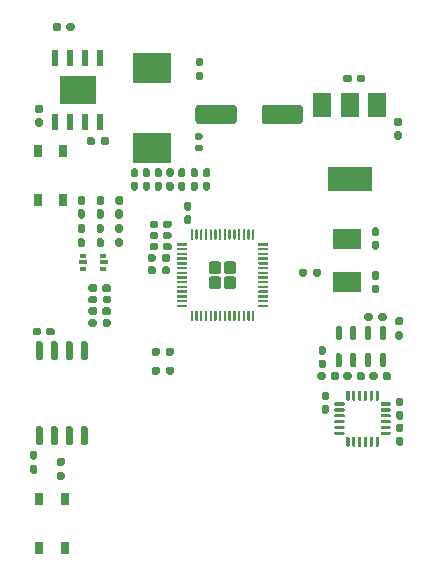
<source format=gbr>
%TF.GenerationSoftware,KiCad,Pcbnew,(5.1.10-1-10_14)*%
%TF.CreationDate,2021-12-24T07:56:15-05:00*%
%TF.ProjectId,hermes_v1,6865726d-6573-45f7-9631-2e6b69636164,rev?*%
%TF.SameCoordinates,Original*%
%TF.FileFunction,Paste,Top*%
%TF.FilePolarity,Positive*%
%FSLAX46Y46*%
G04 Gerber Fmt 4.6, Leading zero omitted, Abs format (unit mm)*
G04 Created by KiCad (PCBNEW (5.1.10-1-10_14)) date 2021-12-24 07:56:15*
%MOMM*%
%LPD*%
G01*
G04 APERTURE LIST*
%ADD10C,0.100000*%
%ADD11R,0.500000X0.375000*%
%ADD12R,0.650000X0.300000*%
%ADD13R,0.650000X1.050000*%
%ADD14R,2.400000X1.700000*%
%ADD15R,3.300000X2.500000*%
%ADD16R,0.532600X1.454899*%
%ADD17R,3.099999X2.400000*%
%ADD18R,3.800000X2.000000*%
%ADD19R,1.500000X2.000000*%
G04 APERTURE END LIST*
D10*
%TO.C,U1*%
G36*
X193250000Y-53450000D02*
G01*
X194600000Y-53450000D01*
X194600000Y-51250000D01*
X193250000Y-51250000D01*
X193250000Y-53450000D01*
G37*
X193250000Y-53450000D02*
X194600000Y-53450000D01*
X194600000Y-51250000D01*
X193250000Y-51250000D01*
X193250000Y-53450000D01*
G36*
X194800000Y-53450000D02*
G01*
X196150000Y-53450000D01*
X196150000Y-51250000D01*
X194800000Y-51250000D01*
X194800000Y-53450000D01*
G37*
X194800000Y-53450000D02*
X196150000Y-53450000D01*
X196150000Y-51250000D01*
X194800000Y-51250000D01*
X194800000Y-53450000D01*
%TD*%
D11*
%TO.C,U7*%
X195170000Y-67447500D03*
X195170000Y-66372500D03*
D12*
X196945000Y-66910000D03*
X195095000Y-66910000D03*
D11*
X196870000Y-66372500D03*
X196870000Y-67447500D03*
%TD*%
%TO.C,R16*%
G36*
G01*
X196310000Y-69915000D02*
X196310000Y-70235000D01*
G75*
G02*
X196150000Y-70395000I-160000J0D01*
G01*
X195755000Y-70395000D01*
G75*
G02*
X195595000Y-70235000I0J160000D01*
G01*
X195595000Y-69915000D01*
G75*
G02*
X195755000Y-69755000I160000J0D01*
G01*
X196150000Y-69755000D01*
G75*
G02*
X196310000Y-69915000I0J-160000D01*
G01*
G37*
G36*
G01*
X197505000Y-69915000D02*
X197505000Y-70235000D01*
G75*
G02*
X197345000Y-70395000I-160000J0D01*
G01*
X196950000Y-70395000D01*
G75*
G02*
X196790000Y-70235000I0J160000D01*
G01*
X196790000Y-69915000D01*
G75*
G02*
X196950000Y-69755000I160000J0D01*
G01*
X197345000Y-69755000D01*
G75*
G02*
X197505000Y-69915000I0J-160000D01*
G01*
G37*
%TD*%
%TO.C,R15*%
G36*
G01*
X196310000Y-71890000D02*
X196310000Y-72210000D01*
G75*
G02*
X196150000Y-72370000I-160000J0D01*
G01*
X195755000Y-72370000D01*
G75*
G02*
X195595000Y-72210000I0J160000D01*
G01*
X195595000Y-71890000D01*
G75*
G02*
X195755000Y-71730000I160000J0D01*
G01*
X196150000Y-71730000D01*
G75*
G02*
X196310000Y-71890000I0J-160000D01*
G01*
G37*
G36*
G01*
X197505000Y-71890000D02*
X197505000Y-72210000D01*
G75*
G02*
X197345000Y-72370000I-160000J0D01*
G01*
X196950000Y-72370000D01*
G75*
G02*
X196790000Y-72210000I0J160000D01*
G01*
X196790000Y-71890000D01*
G75*
G02*
X196950000Y-71730000I160000J0D01*
G01*
X197345000Y-71730000D01*
G75*
G02*
X197505000Y-71890000I0J-160000D01*
G01*
G37*
%TD*%
%TO.C,D6*%
G36*
G01*
X196360000Y-68940000D02*
X196360000Y-69260000D01*
G75*
G02*
X196200000Y-69420000I-160000J0D01*
G01*
X195755000Y-69420000D01*
G75*
G02*
X195595000Y-69260000I0J160000D01*
G01*
X195595000Y-68940000D01*
G75*
G02*
X195755000Y-68780000I160000J0D01*
G01*
X196200000Y-68780000D01*
G75*
G02*
X196360000Y-68940000I0J-160000D01*
G01*
G37*
G36*
G01*
X197505000Y-68940000D02*
X197505000Y-69260000D01*
G75*
G02*
X197345000Y-69420000I-160000J0D01*
G01*
X196900000Y-69420000D01*
G75*
G02*
X196740000Y-69260000I0J160000D01*
G01*
X196740000Y-68940000D01*
G75*
G02*
X196900000Y-68780000I160000J0D01*
G01*
X197345000Y-68780000D01*
G75*
G02*
X197505000Y-68940000I0J-160000D01*
G01*
G37*
%TD*%
%TO.C,D5*%
G36*
G01*
X196360000Y-70890000D02*
X196360000Y-71210000D01*
G75*
G02*
X196200000Y-71370000I-160000J0D01*
G01*
X195755000Y-71370000D01*
G75*
G02*
X195595000Y-71210000I0J160000D01*
G01*
X195595000Y-70890000D01*
G75*
G02*
X195755000Y-70730000I160000J0D01*
G01*
X196200000Y-70730000D01*
G75*
G02*
X196360000Y-70890000I0J-160000D01*
G01*
G37*
G36*
G01*
X197505000Y-70890000D02*
X197505000Y-71210000D01*
G75*
G02*
X197345000Y-71370000I-160000J0D01*
G01*
X196900000Y-71370000D01*
G75*
G02*
X196740000Y-71210000I0J160000D01*
G01*
X196740000Y-70890000D01*
G75*
G02*
X196900000Y-70730000I160000J0D01*
G01*
X197345000Y-70730000D01*
G75*
G02*
X197505000Y-70890000I0J-160000D01*
G01*
G37*
%TD*%
D13*
%TO.C,SW2*%
X191425000Y-91125000D03*
X191425000Y-86975000D03*
X193575000Y-91125000D03*
X193575000Y-86975000D03*
%TD*%
%TO.C,SW1*%
X191325000Y-61675000D03*
X191325000Y-57525000D03*
X193475000Y-61675000D03*
X193475000Y-57525000D03*
%TD*%
%TO.C,C8*%
G36*
G01*
X201500000Y-63545000D02*
X201500000Y-63855000D01*
G75*
G02*
X201345000Y-64010000I-155000J0D01*
G01*
X200920000Y-64010000D01*
G75*
G02*
X200765000Y-63855000I0J155000D01*
G01*
X200765000Y-63545000D01*
G75*
G02*
X200920000Y-63390000I155000J0D01*
G01*
X201345000Y-63390000D01*
G75*
G02*
X201500000Y-63545000I0J-155000D01*
G01*
G37*
G36*
G01*
X202635000Y-63545000D02*
X202635000Y-63855000D01*
G75*
G02*
X202480000Y-64010000I-155000J0D01*
G01*
X202055000Y-64010000D01*
G75*
G02*
X201900000Y-63855000I0J155000D01*
G01*
X201900000Y-63545000D01*
G75*
G02*
X202055000Y-63390000I155000J0D01*
G01*
X202480000Y-63390000D01*
G75*
G02*
X202635000Y-63545000I0J-155000D01*
G01*
G37*
%TD*%
D14*
%TO.C,Y1*%
X217500000Y-64900000D03*
X217500000Y-68600000D03*
%TD*%
%TO.C,C6*%
G36*
G01*
X201500000Y-64495000D02*
X201500000Y-64805000D01*
G75*
G02*
X201345000Y-64960000I-155000J0D01*
G01*
X200920000Y-64960000D01*
G75*
G02*
X200765000Y-64805000I0J155000D01*
G01*
X200765000Y-64495000D01*
G75*
G02*
X200920000Y-64340000I155000J0D01*
G01*
X201345000Y-64340000D01*
G75*
G02*
X201500000Y-64495000I0J-155000D01*
G01*
G37*
G36*
G01*
X202635000Y-64495000D02*
X202635000Y-64805000D01*
G75*
G02*
X202480000Y-64960000I-155000J0D01*
G01*
X202055000Y-64960000D01*
G75*
G02*
X201900000Y-64805000I0J155000D01*
G01*
X201900000Y-64495000D01*
G75*
G02*
X202055000Y-64340000I155000J0D01*
G01*
X202480000Y-64340000D01*
G75*
G02*
X202635000Y-64495000I0J-155000D01*
G01*
G37*
%TD*%
%TO.C,C7*%
G36*
G01*
X202635000Y-65445000D02*
X202635000Y-65755000D01*
G75*
G02*
X202480000Y-65910000I-155000J0D01*
G01*
X202055000Y-65910000D01*
G75*
G02*
X201900000Y-65755000I0J155000D01*
G01*
X201900000Y-65445000D01*
G75*
G02*
X202055000Y-65290000I155000J0D01*
G01*
X202480000Y-65290000D01*
G75*
G02*
X202635000Y-65445000I0J-155000D01*
G01*
G37*
G36*
G01*
X201500000Y-65445000D02*
X201500000Y-65755000D01*
G75*
G02*
X201345000Y-65910000I-155000J0D01*
G01*
X200920000Y-65910000D01*
G75*
G02*
X200765000Y-65755000I0J155000D01*
G01*
X200765000Y-65445000D01*
G75*
G02*
X200920000Y-65290000I155000J0D01*
G01*
X201345000Y-65290000D01*
G75*
G02*
X201500000Y-65445000I0J-155000D01*
G01*
G37*
%TD*%
%TO.C,C9*%
G36*
G01*
X204155000Y-62550000D02*
X203845000Y-62550000D01*
G75*
G02*
X203690000Y-62395000I0J155000D01*
G01*
X203690000Y-61970000D01*
G75*
G02*
X203845000Y-61815000I155000J0D01*
G01*
X204155000Y-61815000D01*
G75*
G02*
X204310000Y-61970000I0J-155000D01*
G01*
X204310000Y-62395000D01*
G75*
G02*
X204155000Y-62550000I-155000J0D01*
G01*
G37*
G36*
G01*
X204155000Y-63685000D02*
X203845000Y-63685000D01*
G75*
G02*
X203690000Y-63530000I0J155000D01*
G01*
X203690000Y-63105000D01*
G75*
G02*
X203845000Y-62950000I155000J0D01*
G01*
X204155000Y-62950000D01*
G75*
G02*
X204310000Y-63105000I0J-155000D01*
G01*
X204310000Y-63530000D01*
G75*
G02*
X204155000Y-63685000I-155000J0D01*
G01*
G37*
%TD*%
%TO.C,C10*%
G36*
G01*
X205445000Y-60100000D02*
X205755000Y-60100000D01*
G75*
G02*
X205910000Y-60255000I0J-155000D01*
G01*
X205910000Y-60680000D01*
G75*
G02*
X205755000Y-60835000I-155000J0D01*
G01*
X205445000Y-60835000D01*
G75*
G02*
X205290000Y-60680000I0J155000D01*
G01*
X205290000Y-60255000D01*
G75*
G02*
X205445000Y-60100000I155000J0D01*
G01*
G37*
G36*
G01*
X205445000Y-58965000D02*
X205755000Y-58965000D01*
G75*
G02*
X205910000Y-59120000I0J-155000D01*
G01*
X205910000Y-59545000D01*
G75*
G02*
X205755000Y-59700000I-155000J0D01*
G01*
X205445000Y-59700000D01*
G75*
G02*
X205290000Y-59545000I0J155000D01*
G01*
X205290000Y-59120000D01*
G75*
G02*
X205445000Y-58965000I155000J0D01*
G01*
G37*
%TD*%
%TO.C,C11*%
G36*
G01*
X204395000Y-58965000D02*
X204705000Y-58965000D01*
G75*
G02*
X204860000Y-59120000I0J-155000D01*
G01*
X204860000Y-59545000D01*
G75*
G02*
X204705000Y-59700000I-155000J0D01*
G01*
X204395000Y-59700000D01*
G75*
G02*
X204240000Y-59545000I0J155000D01*
G01*
X204240000Y-59120000D01*
G75*
G02*
X204395000Y-58965000I155000J0D01*
G01*
G37*
G36*
G01*
X204395000Y-60100000D02*
X204705000Y-60100000D01*
G75*
G02*
X204860000Y-60255000I0J-155000D01*
G01*
X204860000Y-60680000D01*
G75*
G02*
X204705000Y-60835000I-155000J0D01*
G01*
X204395000Y-60835000D01*
G75*
G02*
X204240000Y-60680000I0J155000D01*
G01*
X204240000Y-60255000D01*
G75*
G02*
X204395000Y-60100000I155000J0D01*
G01*
G37*
%TD*%
%TO.C,C12*%
G36*
G01*
X203345000Y-60100000D02*
X203655000Y-60100000D01*
G75*
G02*
X203810000Y-60255000I0J-155000D01*
G01*
X203810000Y-60680000D01*
G75*
G02*
X203655000Y-60835000I-155000J0D01*
G01*
X203345000Y-60835000D01*
G75*
G02*
X203190000Y-60680000I0J155000D01*
G01*
X203190000Y-60255000D01*
G75*
G02*
X203345000Y-60100000I155000J0D01*
G01*
G37*
G36*
G01*
X203345000Y-58965000D02*
X203655000Y-58965000D01*
G75*
G02*
X203810000Y-59120000I0J-155000D01*
G01*
X203810000Y-59545000D01*
G75*
G02*
X203655000Y-59700000I-155000J0D01*
G01*
X203345000Y-59700000D01*
G75*
G02*
X203190000Y-59545000I0J155000D01*
G01*
X203190000Y-59120000D01*
G75*
G02*
X203345000Y-58965000I155000J0D01*
G01*
G37*
%TD*%
%TO.C,C13*%
G36*
G01*
X202345000Y-58965000D02*
X202655000Y-58965000D01*
G75*
G02*
X202810000Y-59120000I0J-155000D01*
G01*
X202810000Y-59545000D01*
G75*
G02*
X202655000Y-59700000I-155000J0D01*
G01*
X202345000Y-59700000D01*
G75*
G02*
X202190000Y-59545000I0J155000D01*
G01*
X202190000Y-59120000D01*
G75*
G02*
X202345000Y-58965000I155000J0D01*
G01*
G37*
G36*
G01*
X202345000Y-60100000D02*
X202655000Y-60100000D01*
G75*
G02*
X202810000Y-60255000I0J-155000D01*
G01*
X202810000Y-60680000D01*
G75*
G02*
X202655000Y-60835000I-155000J0D01*
G01*
X202345000Y-60835000D01*
G75*
G02*
X202190000Y-60680000I0J155000D01*
G01*
X202190000Y-60255000D01*
G75*
G02*
X202345000Y-60100000I155000J0D01*
G01*
G37*
%TD*%
%TO.C,C14*%
G36*
G01*
X201345000Y-58965000D02*
X201655000Y-58965000D01*
G75*
G02*
X201810000Y-59120000I0J-155000D01*
G01*
X201810000Y-59545000D01*
G75*
G02*
X201655000Y-59700000I-155000J0D01*
G01*
X201345000Y-59700000D01*
G75*
G02*
X201190000Y-59545000I0J155000D01*
G01*
X201190000Y-59120000D01*
G75*
G02*
X201345000Y-58965000I155000J0D01*
G01*
G37*
G36*
G01*
X201345000Y-60100000D02*
X201655000Y-60100000D01*
G75*
G02*
X201810000Y-60255000I0J-155000D01*
G01*
X201810000Y-60680000D01*
G75*
G02*
X201655000Y-60835000I-155000J0D01*
G01*
X201345000Y-60835000D01*
G75*
G02*
X201190000Y-60680000I0J155000D01*
G01*
X201190000Y-60255000D01*
G75*
G02*
X201345000Y-60100000I155000J0D01*
G01*
G37*
%TD*%
%TO.C,C15*%
G36*
G01*
X200345000Y-60100000D02*
X200655000Y-60100000D01*
G75*
G02*
X200810000Y-60255000I0J-155000D01*
G01*
X200810000Y-60680000D01*
G75*
G02*
X200655000Y-60835000I-155000J0D01*
G01*
X200345000Y-60835000D01*
G75*
G02*
X200190000Y-60680000I0J155000D01*
G01*
X200190000Y-60255000D01*
G75*
G02*
X200345000Y-60100000I155000J0D01*
G01*
G37*
G36*
G01*
X200345000Y-58965000D02*
X200655000Y-58965000D01*
G75*
G02*
X200810000Y-59120000I0J-155000D01*
G01*
X200810000Y-59545000D01*
G75*
G02*
X200655000Y-59700000I-155000J0D01*
G01*
X200345000Y-59700000D01*
G75*
G02*
X200190000Y-59545000I0J155000D01*
G01*
X200190000Y-59120000D01*
G75*
G02*
X200345000Y-58965000I155000J0D01*
G01*
G37*
%TD*%
%TO.C,C16*%
G36*
G01*
X199345000Y-58965000D02*
X199655000Y-58965000D01*
G75*
G02*
X199810000Y-59120000I0J-155000D01*
G01*
X199810000Y-59545000D01*
G75*
G02*
X199655000Y-59700000I-155000J0D01*
G01*
X199345000Y-59700000D01*
G75*
G02*
X199190000Y-59545000I0J155000D01*
G01*
X199190000Y-59120000D01*
G75*
G02*
X199345000Y-58965000I155000J0D01*
G01*
G37*
G36*
G01*
X199345000Y-60100000D02*
X199655000Y-60100000D01*
G75*
G02*
X199810000Y-60255000I0J-155000D01*
G01*
X199810000Y-60680000D01*
G75*
G02*
X199655000Y-60835000I-155000J0D01*
G01*
X199345000Y-60835000D01*
G75*
G02*
X199190000Y-60680000I0J155000D01*
G01*
X199190000Y-60255000D01*
G75*
G02*
X199345000Y-60100000I155000J0D01*
G01*
G37*
%TD*%
%TO.C,C17*%
G36*
G01*
X220055000Y-69535000D02*
X219745000Y-69535000D01*
G75*
G02*
X219590000Y-69380000I0J155000D01*
G01*
X219590000Y-68955000D01*
G75*
G02*
X219745000Y-68800000I155000J0D01*
G01*
X220055000Y-68800000D01*
G75*
G02*
X220210000Y-68955000I0J-155000D01*
G01*
X220210000Y-69380000D01*
G75*
G02*
X220055000Y-69535000I-155000J0D01*
G01*
G37*
G36*
G01*
X220055000Y-68400000D02*
X219745000Y-68400000D01*
G75*
G02*
X219590000Y-68245000I0J155000D01*
G01*
X219590000Y-67820000D01*
G75*
G02*
X219745000Y-67665000I155000J0D01*
G01*
X220055000Y-67665000D01*
G75*
G02*
X220210000Y-67820000I0J-155000D01*
G01*
X220210000Y-68245000D01*
G75*
G02*
X220055000Y-68400000I-155000J0D01*
G01*
G37*
%TD*%
%TO.C,C18*%
G36*
G01*
X219745000Y-65100000D02*
X220055000Y-65100000D01*
G75*
G02*
X220210000Y-65255000I0J-155000D01*
G01*
X220210000Y-65680000D01*
G75*
G02*
X220055000Y-65835000I-155000J0D01*
G01*
X219745000Y-65835000D01*
G75*
G02*
X219590000Y-65680000I0J155000D01*
G01*
X219590000Y-65255000D01*
G75*
G02*
X219745000Y-65100000I155000J0D01*
G01*
G37*
G36*
G01*
X219745000Y-63965000D02*
X220055000Y-63965000D01*
G75*
G02*
X220210000Y-64120000I0J-155000D01*
G01*
X220210000Y-64545000D01*
G75*
G02*
X220055000Y-64700000I-155000J0D01*
G01*
X219745000Y-64700000D01*
G75*
G02*
X219590000Y-64545000I0J155000D01*
G01*
X219590000Y-64120000D01*
G75*
G02*
X219745000Y-63965000I155000J0D01*
G01*
G37*
%TD*%
%TO.C,C19*%
G36*
G01*
X192000000Y-72955000D02*
X192000000Y-72645000D01*
G75*
G02*
X192155000Y-72490000I155000J0D01*
G01*
X192580000Y-72490000D01*
G75*
G02*
X192735000Y-72645000I0J-155000D01*
G01*
X192735000Y-72955000D01*
G75*
G02*
X192580000Y-73110000I-155000J0D01*
G01*
X192155000Y-73110000D01*
G75*
G02*
X192000000Y-72955000I0J155000D01*
G01*
G37*
G36*
G01*
X190865000Y-72955000D02*
X190865000Y-72645000D01*
G75*
G02*
X191020000Y-72490000I155000J0D01*
G01*
X191445000Y-72490000D01*
G75*
G02*
X191600000Y-72645000I0J-155000D01*
G01*
X191600000Y-72955000D01*
G75*
G02*
X191445000Y-73110000I-155000J0D01*
G01*
X191020000Y-73110000D01*
G75*
G02*
X190865000Y-72955000I0J155000D01*
G01*
G37*
%TD*%
%TO.C,C20*%
G36*
G01*
X215805000Y-79735000D02*
X215495000Y-79735000D01*
G75*
G02*
X215340000Y-79580000I0J155000D01*
G01*
X215340000Y-79155000D01*
G75*
G02*
X215495000Y-79000000I155000J0D01*
G01*
X215805000Y-79000000D01*
G75*
G02*
X215960000Y-79155000I0J-155000D01*
G01*
X215960000Y-79580000D01*
G75*
G02*
X215805000Y-79735000I-155000J0D01*
G01*
G37*
G36*
G01*
X215805000Y-78600000D02*
X215495000Y-78600000D01*
G75*
G02*
X215340000Y-78445000I0J155000D01*
G01*
X215340000Y-78020000D01*
G75*
G02*
X215495000Y-77865000I155000J0D01*
G01*
X215805000Y-77865000D01*
G75*
G02*
X215960000Y-78020000I0J-155000D01*
G01*
X215960000Y-78445000D01*
G75*
G02*
X215805000Y-78600000I-155000J0D01*
G01*
G37*
%TD*%
%TO.C,C21*%
G36*
G01*
X215545000Y-75885000D02*
X215235000Y-75885000D01*
G75*
G02*
X215080000Y-75730000I0J155000D01*
G01*
X215080000Y-75305000D01*
G75*
G02*
X215235000Y-75150000I155000J0D01*
G01*
X215545000Y-75150000D01*
G75*
G02*
X215700000Y-75305000I0J-155000D01*
G01*
X215700000Y-75730000D01*
G75*
G02*
X215545000Y-75885000I-155000J0D01*
G01*
G37*
G36*
G01*
X215545000Y-74750000D02*
X215235000Y-74750000D01*
G75*
G02*
X215080000Y-74595000I0J155000D01*
G01*
X215080000Y-74170000D01*
G75*
G02*
X215235000Y-74015000I155000J0D01*
G01*
X215545000Y-74015000D01*
G75*
G02*
X215700000Y-74170000I0J-155000D01*
G01*
X215700000Y-74595000D01*
G75*
G02*
X215545000Y-74750000I-155000J0D01*
G01*
G37*
%TD*%
%TO.C,C22*%
G36*
G01*
X222105000Y-79100000D02*
X221795000Y-79100000D01*
G75*
G02*
X221640000Y-78945000I0J155000D01*
G01*
X221640000Y-78520000D01*
G75*
G02*
X221795000Y-78365000I155000J0D01*
G01*
X222105000Y-78365000D01*
G75*
G02*
X222260000Y-78520000I0J-155000D01*
G01*
X222260000Y-78945000D01*
G75*
G02*
X222105000Y-79100000I-155000J0D01*
G01*
G37*
G36*
G01*
X222105000Y-80235000D02*
X221795000Y-80235000D01*
G75*
G02*
X221640000Y-80080000I0J155000D01*
G01*
X221640000Y-79655000D01*
G75*
G02*
X221795000Y-79500000I155000J0D01*
G01*
X222105000Y-79500000D01*
G75*
G02*
X222260000Y-79655000I0J-155000D01*
G01*
X222260000Y-80080000D01*
G75*
G02*
X222105000Y-80235000I-155000J0D01*
G01*
G37*
%TD*%
%TO.C,C23*%
G36*
G01*
X216100000Y-76705000D02*
X216100000Y-76395000D01*
G75*
G02*
X216255000Y-76240000I155000J0D01*
G01*
X216680000Y-76240000D01*
G75*
G02*
X216835000Y-76395000I0J-155000D01*
G01*
X216835000Y-76705000D01*
G75*
G02*
X216680000Y-76860000I-155000J0D01*
G01*
X216255000Y-76860000D01*
G75*
G02*
X216100000Y-76705000I0J155000D01*
G01*
G37*
G36*
G01*
X214965000Y-76705000D02*
X214965000Y-76395000D01*
G75*
G02*
X215120000Y-76240000I155000J0D01*
G01*
X215545000Y-76240000D01*
G75*
G02*
X215700000Y-76395000I0J-155000D01*
G01*
X215700000Y-76705000D01*
G75*
G02*
X215545000Y-76860000I-155000J0D01*
G01*
X215120000Y-76860000D01*
G75*
G02*
X214965000Y-76705000I0J155000D01*
G01*
G37*
%TD*%
%TO.C,C24*%
G36*
G01*
X217165000Y-76705000D02*
X217165000Y-76395000D01*
G75*
G02*
X217320000Y-76240000I155000J0D01*
G01*
X217745000Y-76240000D01*
G75*
G02*
X217900000Y-76395000I0J-155000D01*
G01*
X217900000Y-76705000D01*
G75*
G02*
X217745000Y-76860000I-155000J0D01*
G01*
X217320000Y-76860000D01*
G75*
G02*
X217165000Y-76705000I0J155000D01*
G01*
G37*
G36*
G01*
X218300000Y-76705000D02*
X218300000Y-76395000D01*
G75*
G02*
X218455000Y-76240000I155000J0D01*
G01*
X218880000Y-76240000D01*
G75*
G02*
X219035000Y-76395000I0J-155000D01*
G01*
X219035000Y-76705000D01*
G75*
G02*
X218880000Y-76860000I-155000J0D01*
G01*
X218455000Y-76860000D01*
G75*
G02*
X218300000Y-76705000I0J155000D01*
G01*
G37*
%TD*%
%TO.C,C25*%
G36*
G01*
X221235000Y-76395000D02*
X221235000Y-76705000D01*
G75*
G02*
X221080000Y-76860000I-155000J0D01*
G01*
X220655000Y-76860000D01*
G75*
G02*
X220500000Y-76705000I0J155000D01*
G01*
X220500000Y-76395000D01*
G75*
G02*
X220655000Y-76240000I155000J0D01*
G01*
X221080000Y-76240000D01*
G75*
G02*
X221235000Y-76395000I0J-155000D01*
G01*
G37*
G36*
G01*
X220100000Y-76395000D02*
X220100000Y-76705000D01*
G75*
G02*
X219945000Y-76860000I-155000J0D01*
G01*
X219520000Y-76860000D01*
G75*
G02*
X219365000Y-76705000I0J155000D01*
G01*
X219365000Y-76395000D01*
G75*
G02*
X219520000Y-76240000I155000J0D01*
G01*
X219945000Y-76240000D01*
G75*
G02*
X220100000Y-76395000I0J-155000D01*
G01*
G37*
%TD*%
%TO.C,C26*%
G36*
G01*
X221795000Y-80565000D02*
X222105000Y-80565000D01*
G75*
G02*
X222260000Y-80720000I0J-155000D01*
G01*
X222260000Y-81145000D01*
G75*
G02*
X222105000Y-81300000I-155000J0D01*
G01*
X221795000Y-81300000D01*
G75*
G02*
X221640000Y-81145000I0J155000D01*
G01*
X221640000Y-80720000D01*
G75*
G02*
X221795000Y-80565000I155000J0D01*
G01*
G37*
G36*
G01*
X221795000Y-81700000D02*
X222105000Y-81700000D01*
G75*
G02*
X222260000Y-81855000I0J-155000D01*
G01*
X222260000Y-82280000D01*
G75*
G02*
X222105000Y-82435000I-155000J0D01*
G01*
X221795000Y-82435000D01*
G75*
G02*
X221640000Y-82280000I0J155000D01*
G01*
X221640000Y-81855000D01*
G75*
G02*
X221795000Y-81700000I155000J0D01*
G01*
G37*
%TD*%
%TO.C,C1*%
G36*
G01*
X194435000Y-46845000D02*
X194435000Y-47155000D01*
G75*
G02*
X194280000Y-47310000I-155000J0D01*
G01*
X193855000Y-47310000D01*
G75*
G02*
X193700000Y-47155000I0J155000D01*
G01*
X193700000Y-46845000D01*
G75*
G02*
X193855000Y-46690000I155000J0D01*
G01*
X194280000Y-46690000D01*
G75*
G02*
X194435000Y-46845000I0J-155000D01*
G01*
G37*
G36*
G01*
X193300000Y-46845000D02*
X193300000Y-47155000D01*
G75*
G02*
X193145000Y-47310000I-155000J0D01*
G01*
X192720000Y-47310000D01*
G75*
G02*
X192565000Y-47155000I0J155000D01*
G01*
X192565000Y-46845000D01*
G75*
G02*
X192720000Y-46690000I155000J0D01*
G01*
X193145000Y-46690000D01*
G75*
G02*
X193300000Y-46845000I0J-155000D01*
G01*
G37*
%TD*%
%TO.C,C2*%
G36*
G01*
X191555000Y-54300000D02*
X191245000Y-54300000D01*
G75*
G02*
X191090000Y-54145000I0J155000D01*
G01*
X191090000Y-53720000D01*
G75*
G02*
X191245000Y-53565000I155000J0D01*
G01*
X191555000Y-53565000D01*
G75*
G02*
X191710000Y-53720000I0J-155000D01*
G01*
X191710000Y-54145000D01*
G75*
G02*
X191555000Y-54300000I-155000J0D01*
G01*
G37*
G36*
G01*
X191555000Y-55435000D02*
X191245000Y-55435000D01*
G75*
G02*
X191090000Y-55280000I0J155000D01*
G01*
X191090000Y-54855000D01*
G75*
G02*
X191245000Y-54700000I155000J0D01*
G01*
X191555000Y-54700000D01*
G75*
G02*
X191710000Y-54855000I0J-155000D01*
G01*
X191710000Y-55280000D01*
G75*
G02*
X191555000Y-55435000I-155000J0D01*
G01*
G37*
%TD*%
%TO.C,C3*%
G36*
G01*
X217165000Y-51505000D02*
X217165000Y-51195000D01*
G75*
G02*
X217320000Y-51040000I155000J0D01*
G01*
X217745000Y-51040000D01*
G75*
G02*
X217900000Y-51195000I0J-155000D01*
G01*
X217900000Y-51505000D01*
G75*
G02*
X217745000Y-51660000I-155000J0D01*
G01*
X217320000Y-51660000D01*
G75*
G02*
X217165000Y-51505000I0J155000D01*
G01*
G37*
G36*
G01*
X218300000Y-51505000D02*
X218300000Y-51195000D01*
G75*
G02*
X218455000Y-51040000I155000J0D01*
G01*
X218880000Y-51040000D01*
G75*
G02*
X219035000Y-51195000I0J-155000D01*
G01*
X219035000Y-51505000D01*
G75*
G02*
X218880000Y-51660000I-155000J0D01*
G01*
X218455000Y-51660000D01*
G75*
G02*
X218300000Y-51505000I0J155000D01*
G01*
G37*
%TD*%
%TO.C,C4*%
G36*
G01*
X204650000Y-54950000D02*
X204650000Y-53850000D01*
G75*
G02*
X204900000Y-53600000I250000J0D01*
G01*
X207900000Y-53600000D01*
G75*
G02*
X208150000Y-53850000I0J-250000D01*
G01*
X208150000Y-54950000D01*
G75*
G02*
X207900000Y-55200000I-250000J0D01*
G01*
X204900000Y-55200000D01*
G75*
G02*
X204650000Y-54950000I0J250000D01*
G01*
G37*
G36*
G01*
X210250000Y-54950000D02*
X210250000Y-53850000D01*
G75*
G02*
X210500000Y-53600000I250000J0D01*
G01*
X213500000Y-53600000D01*
G75*
G02*
X213750000Y-53850000I0J-250000D01*
G01*
X213750000Y-54950000D01*
G75*
G02*
X213500000Y-55200000I-250000J0D01*
G01*
X210500000Y-55200000D01*
G75*
G02*
X210250000Y-54950000I0J250000D01*
G01*
G37*
%TD*%
%TO.C,C5*%
G36*
G01*
X221955000Y-55400000D02*
X221645000Y-55400000D01*
G75*
G02*
X221490000Y-55245000I0J155000D01*
G01*
X221490000Y-54820000D01*
G75*
G02*
X221645000Y-54665000I155000J0D01*
G01*
X221955000Y-54665000D01*
G75*
G02*
X222110000Y-54820000I0J-155000D01*
G01*
X222110000Y-55245000D01*
G75*
G02*
X221955000Y-55400000I-155000J0D01*
G01*
G37*
G36*
G01*
X221955000Y-56535000D02*
X221645000Y-56535000D01*
G75*
G02*
X221490000Y-56380000I0J155000D01*
G01*
X221490000Y-55955000D01*
G75*
G02*
X221645000Y-55800000I155000J0D01*
G01*
X221955000Y-55800000D01*
G75*
G02*
X222110000Y-55955000I0J-155000D01*
G01*
X222110000Y-56380000D01*
G75*
G02*
X221955000Y-56535000I-155000J0D01*
G01*
G37*
%TD*%
%TO.C,D2*%
G36*
G01*
X198360000Y-63205000D02*
X198040000Y-63205000D01*
G75*
G02*
X197880000Y-63045000I0J160000D01*
G01*
X197880000Y-62600000D01*
G75*
G02*
X198040000Y-62440000I160000J0D01*
G01*
X198360000Y-62440000D01*
G75*
G02*
X198520000Y-62600000I0J-160000D01*
G01*
X198520000Y-63045000D01*
G75*
G02*
X198360000Y-63205000I-160000J0D01*
G01*
G37*
G36*
G01*
X198360000Y-62060000D02*
X198040000Y-62060000D01*
G75*
G02*
X197880000Y-61900000I0J160000D01*
G01*
X197880000Y-61455000D01*
G75*
G02*
X198040000Y-61295000I160000J0D01*
G01*
X198360000Y-61295000D01*
G75*
G02*
X198520000Y-61455000I0J-160000D01*
G01*
X198520000Y-61900000D01*
G75*
G02*
X198360000Y-62060000I-160000J0D01*
G01*
G37*
%TD*%
%TO.C,D3*%
G36*
G01*
X196760000Y-62060000D02*
X196440000Y-62060000D01*
G75*
G02*
X196280000Y-61900000I0J160000D01*
G01*
X196280000Y-61455000D01*
G75*
G02*
X196440000Y-61295000I160000J0D01*
G01*
X196760000Y-61295000D01*
G75*
G02*
X196920000Y-61455000I0J-160000D01*
G01*
X196920000Y-61900000D01*
G75*
G02*
X196760000Y-62060000I-160000J0D01*
G01*
G37*
G36*
G01*
X196760000Y-63205000D02*
X196440000Y-63205000D01*
G75*
G02*
X196280000Y-63045000I0J160000D01*
G01*
X196280000Y-62600000D01*
G75*
G02*
X196440000Y-62440000I160000J0D01*
G01*
X196760000Y-62440000D01*
G75*
G02*
X196920000Y-62600000I0J-160000D01*
G01*
X196920000Y-63045000D01*
G75*
G02*
X196760000Y-63205000I-160000J0D01*
G01*
G37*
%TD*%
%TO.C,D4*%
G36*
G01*
X195160000Y-63205000D02*
X194840000Y-63205000D01*
G75*
G02*
X194680000Y-63045000I0J160000D01*
G01*
X194680000Y-62600000D01*
G75*
G02*
X194840000Y-62440000I160000J0D01*
G01*
X195160000Y-62440000D01*
G75*
G02*
X195320000Y-62600000I0J-160000D01*
G01*
X195320000Y-63045000D01*
G75*
G02*
X195160000Y-63205000I-160000J0D01*
G01*
G37*
G36*
G01*
X195160000Y-62060000D02*
X194840000Y-62060000D01*
G75*
G02*
X194680000Y-61900000I0J160000D01*
G01*
X194680000Y-61455000D01*
G75*
G02*
X194840000Y-61295000I160000J0D01*
G01*
X195160000Y-61295000D01*
G75*
G02*
X195320000Y-61455000I0J-160000D01*
G01*
X195320000Y-61900000D01*
G75*
G02*
X195160000Y-62060000I-160000J0D01*
G01*
G37*
%TD*%
D15*
%TO.C,D1*%
X200950000Y-57250000D03*
X200950000Y-50450000D03*
%TD*%
%TO.C,L1*%
G36*
G01*
X204777500Y-55970000D02*
X205122500Y-55970000D01*
G75*
G02*
X205270000Y-56117500I0J-147500D01*
G01*
X205270000Y-56412500D01*
G75*
G02*
X205122500Y-56560000I-147500J0D01*
G01*
X204777500Y-56560000D01*
G75*
G02*
X204630000Y-56412500I0J147500D01*
G01*
X204630000Y-56117500D01*
G75*
G02*
X204777500Y-55970000I147500J0D01*
G01*
G37*
G36*
G01*
X204777500Y-56940000D02*
X205122500Y-56940000D01*
G75*
G02*
X205270000Y-57087500I0J-147500D01*
G01*
X205270000Y-57382500D01*
G75*
G02*
X205122500Y-57530000I-147500J0D01*
G01*
X204777500Y-57530000D01*
G75*
G02*
X204630000Y-57382500I0J147500D01*
G01*
X204630000Y-57087500D01*
G75*
G02*
X204777500Y-56940000I147500J0D01*
G01*
G37*
%TD*%
%TO.C,R3*%
G36*
G01*
X201800000Y-67740000D02*
X201800000Y-67420000D01*
G75*
G02*
X201960000Y-67260000I160000J0D01*
G01*
X202355000Y-67260000D01*
G75*
G02*
X202515000Y-67420000I0J-160000D01*
G01*
X202515000Y-67740000D01*
G75*
G02*
X202355000Y-67900000I-160000J0D01*
G01*
X201960000Y-67900000D01*
G75*
G02*
X201800000Y-67740000I0J160000D01*
G01*
G37*
G36*
G01*
X200605000Y-67740000D02*
X200605000Y-67420000D01*
G75*
G02*
X200765000Y-67260000I160000J0D01*
G01*
X201160000Y-67260000D01*
G75*
G02*
X201320000Y-67420000I0J-160000D01*
G01*
X201320000Y-67740000D01*
G75*
G02*
X201160000Y-67900000I-160000J0D01*
G01*
X200765000Y-67900000D01*
G75*
G02*
X200605000Y-67740000I0J160000D01*
G01*
G37*
%TD*%
%TO.C,R4*%
G36*
G01*
X200605000Y-66710000D02*
X200605000Y-66390000D01*
G75*
G02*
X200765000Y-66230000I160000J0D01*
G01*
X201160000Y-66230000D01*
G75*
G02*
X201320000Y-66390000I0J-160000D01*
G01*
X201320000Y-66710000D01*
G75*
G02*
X201160000Y-66870000I-160000J0D01*
G01*
X200765000Y-66870000D01*
G75*
G02*
X200605000Y-66710000I0J160000D01*
G01*
G37*
G36*
G01*
X201800000Y-66710000D02*
X201800000Y-66390000D01*
G75*
G02*
X201960000Y-66230000I160000J0D01*
G01*
X202355000Y-66230000D01*
G75*
G02*
X202515000Y-66390000I0J-160000D01*
G01*
X202515000Y-66710000D01*
G75*
G02*
X202355000Y-66870000I-160000J0D01*
G01*
X201960000Y-66870000D01*
G75*
G02*
X201800000Y-66710000I0J160000D01*
G01*
G37*
%TD*%
%TO.C,R5*%
G36*
G01*
X221740000Y-72740000D02*
X222060000Y-72740000D01*
G75*
G02*
X222220000Y-72900000I0J-160000D01*
G01*
X222220000Y-73295000D01*
G75*
G02*
X222060000Y-73455000I-160000J0D01*
G01*
X221740000Y-73455000D01*
G75*
G02*
X221580000Y-73295000I0J160000D01*
G01*
X221580000Y-72900000D01*
G75*
G02*
X221740000Y-72740000I160000J0D01*
G01*
G37*
G36*
G01*
X221740000Y-71545000D02*
X222060000Y-71545000D01*
G75*
G02*
X222220000Y-71705000I0J-160000D01*
G01*
X222220000Y-72100000D01*
G75*
G02*
X222060000Y-72260000I-160000J0D01*
G01*
X221740000Y-72260000D01*
G75*
G02*
X221580000Y-72100000I0J160000D01*
G01*
X221580000Y-71705000D01*
G75*
G02*
X221740000Y-71545000I160000J0D01*
G01*
G37*
%TD*%
%TO.C,R6*%
G36*
G01*
X220855000Y-71390000D02*
X220855000Y-71710000D01*
G75*
G02*
X220695000Y-71870000I-160000J0D01*
G01*
X220300000Y-71870000D01*
G75*
G02*
X220140000Y-71710000I0J160000D01*
G01*
X220140000Y-71390000D01*
G75*
G02*
X220300000Y-71230000I160000J0D01*
G01*
X220695000Y-71230000D01*
G75*
G02*
X220855000Y-71390000I0J-160000D01*
G01*
G37*
G36*
G01*
X219660000Y-71390000D02*
X219660000Y-71710000D01*
G75*
G02*
X219500000Y-71870000I-160000J0D01*
G01*
X219105000Y-71870000D01*
G75*
G02*
X218945000Y-71710000I0J160000D01*
G01*
X218945000Y-71390000D01*
G75*
G02*
X219105000Y-71230000I160000J0D01*
G01*
X219500000Y-71230000D01*
G75*
G02*
X219660000Y-71390000I0J-160000D01*
G01*
G37*
%TD*%
%TO.C,R7*%
G36*
G01*
X190790000Y-82895000D02*
X191110000Y-82895000D01*
G75*
G02*
X191270000Y-83055000I0J-160000D01*
G01*
X191270000Y-83450000D01*
G75*
G02*
X191110000Y-83610000I-160000J0D01*
G01*
X190790000Y-83610000D01*
G75*
G02*
X190630000Y-83450000I0J160000D01*
G01*
X190630000Y-83055000D01*
G75*
G02*
X190790000Y-82895000I160000J0D01*
G01*
G37*
G36*
G01*
X190790000Y-84090000D02*
X191110000Y-84090000D01*
G75*
G02*
X191270000Y-84250000I0J-160000D01*
G01*
X191270000Y-84645000D01*
G75*
G02*
X191110000Y-84805000I-160000J0D01*
G01*
X190790000Y-84805000D01*
G75*
G02*
X190630000Y-84645000I0J160000D01*
G01*
X190630000Y-84250000D01*
G75*
G02*
X190790000Y-84090000I160000J0D01*
G01*
G37*
%TD*%
%TO.C,R8*%
G36*
G01*
X193410000Y-84160000D02*
X193090000Y-84160000D01*
G75*
G02*
X192930000Y-84000000I0J160000D01*
G01*
X192930000Y-83605000D01*
G75*
G02*
X193090000Y-83445000I160000J0D01*
G01*
X193410000Y-83445000D01*
G75*
G02*
X193570000Y-83605000I0J-160000D01*
G01*
X193570000Y-84000000D01*
G75*
G02*
X193410000Y-84160000I-160000J0D01*
G01*
G37*
G36*
G01*
X193410000Y-85355000D02*
X193090000Y-85355000D01*
G75*
G02*
X192930000Y-85195000I0J160000D01*
G01*
X192930000Y-84800000D01*
G75*
G02*
X193090000Y-84640000I160000J0D01*
G01*
X193410000Y-84640000D01*
G75*
G02*
X193570000Y-84800000I0J-160000D01*
G01*
X193570000Y-85195000D01*
G75*
G02*
X193410000Y-85355000I-160000J0D01*
G01*
G37*
%TD*%
%TO.C,R9*%
G36*
G01*
X214590000Y-67960000D02*
X214590000Y-67640000D01*
G75*
G02*
X214750000Y-67480000I160000J0D01*
G01*
X215145000Y-67480000D01*
G75*
G02*
X215305000Y-67640000I0J-160000D01*
G01*
X215305000Y-67960000D01*
G75*
G02*
X215145000Y-68120000I-160000J0D01*
G01*
X214750000Y-68120000D01*
G75*
G02*
X214590000Y-67960000I0J160000D01*
G01*
G37*
G36*
G01*
X213395000Y-67960000D02*
X213395000Y-67640000D01*
G75*
G02*
X213555000Y-67480000I160000J0D01*
G01*
X213950000Y-67480000D01*
G75*
G02*
X214110000Y-67640000I0J-160000D01*
G01*
X214110000Y-67960000D01*
G75*
G02*
X213950000Y-68120000I-160000J0D01*
G01*
X213555000Y-68120000D01*
G75*
G02*
X213395000Y-67960000I0J160000D01*
G01*
G37*
%TD*%
%TO.C,R10*%
G36*
G01*
X200945000Y-74660000D02*
X200945000Y-74340000D01*
G75*
G02*
X201105000Y-74180000I160000J0D01*
G01*
X201500000Y-74180000D01*
G75*
G02*
X201660000Y-74340000I0J-160000D01*
G01*
X201660000Y-74660000D01*
G75*
G02*
X201500000Y-74820000I-160000J0D01*
G01*
X201105000Y-74820000D01*
G75*
G02*
X200945000Y-74660000I0J160000D01*
G01*
G37*
G36*
G01*
X202140000Y-74660000D02*
X202140000Y-74340000D01*
G75*
G02*
X202300000Y-74180000I160000J0D01*
G01*
X202695000Y-74180000D01*
G75*
G02*
X202855000Y-74340000I0J-160000D01*
G01*
X202855000Y-74660000D01*
G75*
G02*
X202695000Y-74820000I-160000J0D01*
G01*
X202300000Y-74820000D01*
G75*
G02*
X202140000Y-74660000I0J160000D01*
G01*
G37*
%TD*%
%TO.C,R11*%
G36*
G01*
X202140000Y-76260000D02*
X202140000Y-75940000D01*
G75*
G02*
X202300000Y-75780000I160000J0D01*
G01*
X202695000Y-75780000D01*
G75*
G02*
X202855000Y-75940000I0J-160000D01*
G01*
X202855000Y-76260000D01*
G75*
G02*
X202695000Y-76420000I-160000J0D01*
G01*
X202300000Y-76420000D01*
G75*
G02*
X202140000Y-76260000I0J160000D01*
G01*
G37*
G36*
G01*
X200945000Y-76260000D02*
X200945000Y-75940000D01*
G75*
G02*
X201105000Y-75780000I160000J0D01*
G01*
X201500000Y-75780000D01*
G75*
G02*
X201660000Y-75940000I0J-160000D01*
G01*
X201660000Y-76260000D01*
G75*
G02*
X201500000Y-76420000I-160000J0D01*
G01*
X201105000Y-76420000D01*
G75*
G02*
X200945000Y-76260000I0J160000D01*
G01*
G37*
%TD*%
%TO.C,R12*%
G36*
G01*
X198040000Y-63695000D02*
X198360000Y-63695000D01*
G75*
G02*
X198520000Y-63855000I0J-160000D01*
G01*
X198520000Y-64250000D01*
G75*
G02*
X198360000Y-64410000I-160000J0D01*
G01*
X198040000Y-64410000D01*
G75*
G02*
X197880000Y-64250000I0J160000D01*
G01*
X197880000Y-63855000D01*
G75*
G02*
X198040000Y-63695000I160000J0D01*
G01*
G37*
G36*
G01*
X198040000Y-64890000D02*
X198360000Y-64890000D01*
G75*
G02*
X198520000Y-65050000I0J-160000D01*
G01*
X198520000Y-65445000D01*
G75*
G02*
X198360000Y-65605000I-160000J0D01*
G01*
X198040000Y-65605000D01*
G75*
G02*
X197880000Y-65445000I0J160000D01*
G01*
X197880000Y-65050000D01*
G75*
G02*
X198040000Y-64890000I160000J0D01*
G01*
G37*
%TD*%
%TO.C,R13*%
G36*
G01*
X196440000Y-64890000D02*
X196760000Y-64890000D01*
G75*
G02*
X196920000Y-65050000I0J-160000D01*
G01*
X196920000Y-65445000D01*
G75*
G02*
X196760000Y-65605000I-160000J0D01*
G01*
X196440000Y-65605000D01*
G75*
G02*
X196280000Y-65445000I0J160000D01*
G01*
X196280000Y-65050000D01*
G75*
G02*
X196440000Y-64890000I160000J0D01*
G01*
G37*
G36*
G01*
X196440000Y-63695000D02*
X196760000Y-63695000D01*
G75*
G02*
X196920000Y-63855000I0J-160000D01*
G01*
X196920000Y-64250000D01*
G75*
G02*
X196760000Y-64410000I-160000J0D01*
G01*
X196440000Y-64410000D01*
G75*
G02*
X196280000Y-64250000I0J160000D01*
G01*
X196280000Y-63855000D01*
G75*
G02*
X196440000Y-63695000I160000J0D01*
G01*
G37*
%TD*%
%TO.C,R14*%
G36*
G01*
X194840000Y-63695000D02*
X195160000Y-63695000D01*
G75*
G02*
X195320000Y-63855000I0J-160000D01*
G01*
X195320000Y-64250000D01*
G75*
G02*
X195160000Y-64410000I-160000J0D01*
G01*
X194840000Y-64410000D01*
G75*
G02*
X194680000Y-64250000I0J160000D01*
G01*
X194680000Y-63855000D01*
G75*
G02*
X194840000Y-63695000I160000J0D01*
G01*
G37*
G36*
G01*
X194840000Y-64890000D02*
X195160000Y-64890000D01*
G75*
G02*
X195320000Y-65050000I0J-160000D01*
G01*
X195320000Y-65445000D01*
G75*
G02*
X195160000Y-65605000I-160000J0D01*
G01*
X194840000Y-65605000D01*
G75*
G02*
X194680000Y-65445000I0J160000D01*
G01*
X194680000Y-65050000D01*
G75*
G02*
X194840000Y-64890000I160000J0D01*
G01*
G37*
%TD*%
%TO.C,R1*%
G36*
G01*
X196160000Y-56490000D02*
X196160000Y-56810000D01*
G75*
G02*
X196000000Y-56970000I-160000J0D01*
G01*
X195605000Y-56970000D01*
G75*
G02*
X195445000Y-56810000I0J160000D01*
G01*
X195445000Y-56490000D01*
G75*
G02*
X195605000Y-56330000I160000J0D01*
G01*
X196000000Y-56330000D01*
G75*
G02*
X196160000Y-56490000I0J-160000D01*
G01*
G37*
G36*
G01*
X197355000Y-56490000D02*
X197355000Y-56810000D01*
G75*
G02*
X197195000Y-56970000I-160000J0D01*
G01*
X196800000Y-56970000D01*
G75*
G02*
X196640000Y-56810000I0J160000D01*
G01*
X196640000Y-56490000D01*
G75*
G02*
X196800000Y-56330000I160000J0D01*
G01*
X197195000Y-56330000D01*
G75*
G02*
X197355000Y-56490000I0J-160000D01*
G01*
G37*
%TD*%
%TO.C,R2*%
G36*
G01*
X205160000Y-51505000D02*
X204840000Y-51505000D01*
G75*
G02*
X204680000Y-51345000I0J160000D01*
G01*
X204680000Y-50950000D01*
G75*
G02*
X204840000Y-50790000I160000J0D01*
G01*
X205160000Y-50790000D01*
G75*
G02*
X205320000Y-50950000I0J-160000D01*
G01*
X205320000Y-51345000D01*
G75*
G02*
X205160000Y-51505000I-160000J0D01*
G01*
G37*
G36*
G01*
X205160000Y-50310000D02*
X204840000Y-50310000D01*
G75*
G02*
X204680000Y-50150000I0J160000D01*
G01*
X204680000Y-49755000D01*
G75*
G02*
X204840000Y-49595000I160000J0D01*
G01*
X205160000Y-49595000D01*
G75*
G02*
X205320000Y-49755000I0J-160000D01*
G01*
X205320000Y-50150000D01*
G75*
G02*
X205160000Y-50310000I-160000J0D01*
G01*
G37*
%TD*%
%TO.C,U3*%
G36*
G01*
X206604717Y-69179717D02*
X206020283Y-69179717D01*
G75*
G02*
X205770283Y-68929717I0J250000D01*
G01*
X205770283Y-68345283D01*
G75*
G02*
X206020283Y-68095283I250000J0D01*
G01*
X206604717Y-68095283D01*
G75*
G02*
X206854717Y-68345283I0J-250000D01*
G01*
X206854717Y-68929717D01*
G75*
G02*
X206604717Y-69179717I-250000J0D01*
G01*
G37*
G36*
G01*
X207879717Y-69179717D02*
X207295283Y-69179717D01*
G75*
G02*
X207045283Y-68929717I0J250000D01*
G01*
X207045283Y-68345283D01*
G75*
G02*
X207295283Y-68095283I250000J0D01*
G01*
X207879717Y-68095283D01*
G75*
G02*
X208129717Y-68345283I0J-250000D01*
G01*
X208129717Y-68929717D01*
G75*
G02*
X207879717Y-69179717I-250000J0D01*
G01*
G37*
G36*
G01*
X206604717Y-67904717D02*
X206020283Y-67904717D01*
G75*
G02*
X205770283Y-67654717I0J250000D01*
G01*
X205770283Y-67070283D01*
G75*
G02*
X206020283Y-66820283I250000J0D01*
G01*
X206604717Y-66820283D01*
G75*
G02*
X206854717Y-67070283I0J-250000D01*
G01*
X206854717Y-67654717D01*
G75*
G02*
X206604717Y-67904717I-250000J0D01*
G01*
G37*
G36*
G01*
X207879717Y-67904717D02*
X207295283Y-67904717D01*
G75*
G02*
X207045283Y-67654717I0J250000D01*
G01*
X207045283Y-67070283D01*
G75*
G02*
X207295283Y-66820283I250000J0D01*
G01*
X207879717Y-66820283D01*
G75*
G02*
X208129717Y-67070283I0J-250000D01*
G01*
X208129717Y-67654717D01*
G75*
G02*
X207879717Y-67904717I-250000J0D01*
G01*
G37*
G36*
G01*
X204400000Y-71875000D02*
X204300000Y-71875000D01*
G75*
G02*
X204250000Y-71825000I0J50000D01*
G01*
X204250000Y-71050000D01*
G75*
G02*
X204300000Y-71000000I50000J0D01*
G01*
X204400000Y-71000000D01*
G75*
G02*
X204450000Y-71050000I0J-50000D01*
G01*
X204450000Y-71825000D01*
G75*
G02*
X204400000Y-71875000I-50000J0D01*
G01*
G37*
G36*
G01*
X204800000Y-71875000D02*
X204700000Y-71875000D01*
G75*
G02*
X204650000Y-71825000I0J50000D01*
G01*
X204650000Y-71050000D01*
G75*
G02*
X204700000Y-71000000I50000J0D01*
G01*
X204800000Y-71000000D01*
G75*
G02*
X204850000Y-71050000I0J-50000D01*
G01*
X204850000Y-71825000D01*
G75*
G02*
X204800000Y-71875000I-50000J0D01*
G01*
G37*
G36*
G01*
X205200000Y-71875000D02*
X205100000Y-71875000D01*
G75*
G02*
X205050000Y-71825000I0J50000D01*
G01*
X205050000Y-71050000D01*
G75*
G02*
X205100000Y-71000000I50000J0D01*
G01*
X205200000Y-71000000D01*
G75*
G02*
X205250000Y-71050000I0J-50000D01*
G01*
X205250000Y-71825000D01*
G75*
G02*
X205200000Y-71875000I-50000J0D01*
G01*
G37*
G36*
G01*
X205600000Y-71875000D02*
X205500000Y-71875000D01*
G75*
G02*
X205450000Y-71825000I0J50000D01*
G01*
X205450000Y-71050000D01*
G75*
G02*
X205500000Y-71000000I50000J0D01*
G01*
X205600000Y-71000000D01*
G75*
G02*
X205650000Y-71050000I0J-50000D01*
G01*
X205650000Y-71825000D01*
G75*
G02*
X205600000Y-71875000I-50000J0D01*
G01*
G37*
G36*
G01*
X206000000Y-71875000D02*
X205900000Y-71875000D01*
G75*
G02*
X205850000Y-71825000I0J50000D01*
G01*
X205850000Y-71050000D01*
G75*
G02*
X205900000Y-71000000I50000J0D01*
G01*
X206000000Y-71000000D01*
G75*
G02*
X206050000Y-71050000I0J-50000D01*
G01*
X206050000Y-71825000D01*
G75*
G02*
X206000000Y-71875000I-50000J0D01*
G01*
G37*
G36*
G01*
X206400000Y-71875000D02*
X206300000Y-71875000D01*
G75*
G02*
X206250000Y-71825000I0J50000D01*
G01*
X206250000Y-71050000D01*
G75*
G02*
X206300000Y-71000000I50000J0D01*
G01*
X206400000Y-71000000D01*
G75*
G02*
X206450000Y-71050000I0J-50000D01*
G01*
X206450000Y-71825000D01*
G75*
G02*
X206400000Y-71875000I-50000J0D01*
G01*
G37*
G36*
G01*
X206800000Y-71875000D02*
X206700000Y-71875000D01*
G75*
G02*
X206650000Y-71825000I0J50000D01*
G01*
X206650000Y-71050000D01*
G75*
G02*
X206700000Y-71000000I50000J0D01*
G01*
X206800000Y-71000000D01*
G75*
G02*
X206850000Y-71050000I0J-50000D01*
G01*
X206850000Y-71825000D01*
G75*
G02*
X206800000Y-71875000I-50000J0D01*
G01*
G37*
G36*
G01*
X207200000Y-71875000D02*
X207100000Y-71875000D01*
G75*
G02*
X207050000Y-71825000I0J50000D01*
G01*
X207050000Y-71050000D01*
G75*
G02*
X207100000Y-71000000I50000J0D01*
G01*
X207200000Y-71000000D01*
G75*
G02*
X207250000Y-71050000I0J-50000D01*
G01*
X207250000Y-71825000D01*
G75*
G02*
X207200000Y-71875000I-50000J0D01*
G01*
G37*
G36*
G01*
X207600000Y-71875000D02*
X207500000Y-71875000D01*
G75*
G02*
X207450000Y-71825000I0J50000D01*
G01*
X207450000Y-71050000D01*
G75*
G02*
X207500000Y-71000000I50000J0D01*
G01*
X207600000Y-71000000D01*
G75*
G02*
X207650000Y-71050000I0J-50000D01*
G01*
X207650000Y-71825000D01*
G75*
G02*
X207600000Y-71875000I-50000J0D01*
G01*
G37*
G36*
G01*
X208000000Y-71875000D02*
X207900000Y-71875000D01*
G75*
G02*
X207850000Y-71825000I0J50000D01*
G01*
X207850000Y-71050000D01*
G75*
G02*
X207900000Y-71000000I50000J0D01*
G01*
X208000000Y-71000000D01*
G75*
G02*
X208050000Y-71050000I0J-50000D01*
G01*
X208050000Y-71825000D01*
G75*
G02*
X208000000Y-71875000I-50000J0D01*
G01*
G37*
G36*
G01*
X208400000Y-71875000D02*
X208300000Y-71875000D01*
G75*
G02*
X208250000Y-71825000I0J50000D01*
G01*
X208250000Y-71050000D01*
G75*
G02*
X208300000Y-71000000I50000J0D01*
G01*
X208400000Y-71000000D01*
G75*
G02*
X208450000Y-71050000I0J-50000D01*
G01*
X208450000Y-71825000D01*
G75*
G02*
X208400000Y-71875000I-50000J0D01*
G01*
G37*
G36*
G01*
X208800000Y-71875000D02*
X208700000Y-71875000D01*
G75*
G02*
X208650000Y-71825000I0J50000D01*
G01*
X208650000Y-71050000D01*
G75*
G02*
X208700000Y-71000000I50000J0D01*
G01*
X208800000Y-71000000D01*
G75*
G02*
X208850000Y-71050000I0J-50000D01*
G01*
X208850000Y-71825000D01*
G75*
G02*
X208800000Y-71875000I-50000J0D01*
G01*
G37*
G36*
G01*
X209200000Y-71875000D02*
X209100000Y-71875000D01*
G75*
G02*
X209050000Y-71825000I0J50000D01*
G01*
X209050000Y-71050000D01*
G75*
G02*
X209100000Y-71000000I50000J0D01*
G01*
X209200000Y-71000000D01*
G75*
G02*
X209250000Y-71050000I0J-50000D01*
G01*
X209250000Y-71825000D01*
G75*
G02*
X209200000Y-71875000I-50000J0D01*
G01*
G37*
G36*
G01*
X209600000Y-71875000D02*
X209500000Y-71875000D01*
G75*
G02*
X209450000Y-71825000I0J50000D01*
G01*
X209450000Y-71050000D01*
G75*
G02*
X209500000Y-71000000I50000J0D01*
G01*
X209600000Y-71000000D01*
G75*
G02*
X209650000Y-71050000I0J-50000D01*
G01*
X209650000Y-71825000D01*
G75*
G02*
X209600000Y-71875000I-50000J0D01*
G01*
G37*
G36*
G01*
X210775000Y-70700000D02*
X210000000Y-70700000D01*
G75*
G02*
X209950000Y-70650000I0J50000D01*
G01*
X209950000Y-70550000D01*
G75*
G02*
X210000000Y-70500000I50000J0D01*
G01*
X210775000Y-70500000D01*
G75*
G02*
X210825000Y-70550000I0J-50000D01*
G01*
X210825000Y-70650000D01*
G75*
G02*
X210775000Y-70700000I-50000J0D01*
G01*
G37*
G36*
G01*
X210775000Y-70300000D02*
X210000000Y-70300000D01*
G75*
G02*
X209950000Y-70250000I0J50000D01*
G01*
X209950000Y-70150000D01*
G75*
G02*
X210000000Y-70100000I50000J0D01*
G01*
X210775000Y-70100000D01*
G75*
G02*
X210825000Y-70150000I0J-50000D01*
G01*
X210825000Y-70250000D01*
G75*
G02*
X210775000Y-70300000I-50000J0D01*
G01*
G37*
G36*
G01*
X210775000Y-69900000D02*
X210000000Y-69900000D01*
G75*
G02*
X209950000Y-69850000I0J50000D01*
G01*
X209950000Y-69750000D01*
G75*
G02*
X210000000Y-69700000I50000J0D01*
G01*
X210775000Y-69700000D01*
G75*
G02*
X210825000Y-69750000I0J-50000D01*
G01*
X210825000Y-69850000D01*
G75*
G02*
X210775000Y-69900000I-50000J0D01*
G01*
G37*
G36*
G01*
X210775000Y-69500000D02*
X210000000Y-69500000D01*
G75*
G02*
X209950000Y-69450000I0J50000D01*
G01*
X209950000Y-69350000D01*
G75*
G02*
X210000000Y-69300000I50000J0D01*
G01*
X210775000Y-69300000D01*
G75*
G02*
X210825000Y-69350000I0J-50000D01*
G01*
X210825000Y-69450000D01*
G75*
G02*
X210775000Y-69500000I-50000J0D01*
G01*
G37*
G36*
G01*
X210775000Y-69100000D02*
X210000000Y-69100000D01*
G75*
G02*
X209950000Y-69050000I0J50000D01*
G01*
X209950000Y-68950000D01*
G75*
G02*
X210000000Y-68900000I50000J0D01*
G01*
X210775000Y-68900000D01*
G75*
G02*
X210825000Y-68950000I0J-50000D01*
G01*
X210825000Y-69050000D01*
G75*
G02*
X210775000Y-69100000I-50000J0D01*
G01*
G37*
G36*
G01*
X210775000Y-68700000D02*
X210000000Y-68700000D01*
G75*
G02*
X209950000Y-68650000I0J50000D01*
G01*
X209950000Y-68550000D01*
G75*
G02*
X210000000Y-68500000I50000J0D01*
G01*
X210775000Y-68500000D01*
G75*
G02*
X210825000Y-68550000I0J-50000D01*
G01*
X210825000Y-68650000D01*
G75*
G02*
X210775000Y-68700000I-50000J0D01*
G01*
G37*
G36*
G01*
X210775000Y-68300000D02*
X210000000Y-68300000D01*
G75*
G02*
X209950000Y-68250000I0J50000D01*
G01*
X209950000Y-68150000D01*
G75*
G02*
X210000000Y-68100000I50000J0D01*
G01*
X210775000Y-68100000D01*
G75*
G02*
X210825000Y-68150000I0J-50000D01*
G01*
X210825000Y-68250000D01*
G75*
G02*
X210775000Y-68300000I-50000J0D01*
G01*
G37*
G36*
G01*
X210775000Y-67900000D02*
X210000000Y-67900000D01*
G75*
G02*
X209950000Y-67850000I0J50000D01*
G01*
X209950000Y-67750000D01*
G75*
G02*
X210000000Y-67700000I50000J0D01*
G01*
X210775000Y-67700000D01*
G75*
G02*
X210825000Y-67750000I0J-50000D01*
G01*
X210825000Y-67850000D01*
G75*
G02*
X210775000Y-67900000I-50000J0D01*
G01*
G37*
G36*
G01*
X210775000Y-67500000D02*
X210000000Y-67500000D01*
G75*
G02*
X209950000Y-67450000I0J50000D01*
G01*
X209950000Y-67350000D01*
G75*
G02*
X210000000Y-67300000I50000J0D01*
G01*
X210775000Y-67300000D01*
G75*
G02*
X210825000Y-67350000I0J-50000D01*
G01*
X210825000Y-67450000D01*
G75*
G02*
X210775000Y-67500000I-50000J0D01*
G01*
G37*
G36*
G01*
X210775000Y-67100000D02*
X210000000Y-67100000D01*
G75*
G02*
X209950000Y-67050000I0J50000D01*
G01*
X209950000Y-66950000D01*
G75*
G02*
X210000000Y-66900000I50000J0D01*
G01*
X210775000Y-66900000D01*
G75*
G02*
X210825000Y-66950000I0J-50000D01*
G01*
X210825000Y-67050000D01*
G75*
G02*
X210775000Y-67100000I-50000J0D01*
G01*
G37*
G36*
G01*
X210775000Y-66700000D02*
X210000000Y-66700000D01*
G75*
G02*
X209950000Y-66650000I0J50000D01*
G01*
X209950000Y-66550000D01*
G75*
G02*
X210000000Y-66500000I50000J0D01*
G01*
X210775000Y-66500000D01*
G75*
G02*
X210825000Y-66550000I0J-50000D01*
G01*
X210825000Y-66650000D01*
G75*
G02*
X210775000Y-66700000I-50000J0D01*
G01*
G37*
G36*
G01*
X210775000Y-66300000D02*
X210000000Y-66300000D01*
G75*
G02*
X209950000Y-66250000I0J50000D01*
G01*
X209950000Y-66150000D01*
G75*
G02*
X210000000Y-66100000I50000J0D01*
G01*
X210775000Y-66100000D01*
G75*
G02*
X210825000Y-66150000I0J-50000D01*
G01*
X210825000Y-66250000D01*
G75*
G02*
X210775000Y-66300000I-50000J0D01*
G01*
G37*
G36*
G01*
X210775000Y-65900000D02*
X210000000Y-65900000D01*
G75*
G02*
X209950000Y-65850000I0J50000D01*
G01*
X209950000Y-65750000D01*
G75*
G02*
X210000000Y-65700000I50000J0D01*
G01*
X210775000Y-65700000D01*
G75*
G02*
X210825000Y-65750000I0J-50000D01*
G01*
X210825000Y-65850000D01*
G75*
G02*
X210775000Y-65900000I-50000J0D01*
G01*
G37*
G36*
G01*
X210775000Y-65500000D02*
X210000000Y-65500000D01*
G75*
G02*
X209950000Y-65450000I0J50000D01*
G01*
X209950000Y-65350000D01*
G75*
G02*
X210000000Y-65300000I50000J0D01*
G01*
X210775000Y-65300000D01*
G75*
G02*
X210825000Y-65350000I0J-50000D01*
G01*
X210825000Y-65450000D01*
G75*
G02*
X210775000Y-65500000I-50000J0D01*
G01*
G37*
G36*
G01*
X209600000Y-65000000D02*
X209500000Y-65000000D01*
G75*
G02*
X209450000Y-64950000I0J50000D01*
G01*
X209450000Y-64175000D01*
G75*
G02*
X209500000Y-64125000I50000J0D01*
G01*
X209600000Y-64125000D01*
G75*
G02*
X209650000Y-64175000I0J-50000D01*
G01*
X209650000Y-64950000D01*
G75*
G02*
X209600000Y-65000000I-50000J0D01*
G01*
G37*
G36*
G01*
X209200000Y-65000000D02*
X209100000Y-65000000D01*
G75*
G02*
X209050000Y-64950000I0J50000D01*
G01*
X209050000Y-64175000D01*
G75*
G02*
X209100000Y-64125000I50000J0D01*
G01*
X209200000Y-64125000D01*
G75*
G02*
X209250000Y-64175000I0J-50000D01*
G01*
X209250000Y-64950000D01*
G75*
G02*
X209200000Y-65000000I-50000J0D01*
G01*
G37*
G36*
G01*
X208800000Y-65000000D02*
X208700000Y-65000000D01*
G75*
G02*
X208650000Y-64950000I0J50000D01*
G01*
X208650000Y-64175000D01*
G75*
G02*
X208700000Y-64125000I50000J0D01*
G01*
X208800000Y-64125000D01*
G75*
G02*
X208850000Y-64175000I0J-50000D01*
G01*
X208850000Y-64950000D01*
G75*
G02*
X208800000Y-65000000I-50000J0D01*
G01*
G37*
G36*
G01*
X208400000Y-65000000D02*
X208300000Y-65000000D01*
G75*
G02*
X208250000Y-64950000I0J50000D01*
G01*
X208250000Y-64175000D01*
G75*
G02*
X208300000Y-64125000I50000J0D01*
G01*
X208400000Y-64125000D01*
G75*
G02*
X208450000Y-64175000I0J-50000D01*
G01*
X208450000Y-64950000D01*
G75*
G02*
X208400000Y-65000000I-50000J0D01*
G01*
G37*
G36*
G01*
X208000000Y-65000000D02*
X207900000Y-65000000D01*
G75*
G02*
X207850000Y-64950000I0J50000D01*
G01*
X207850000Y-64175000D01*
G75*
G02*
X207900000Y-64125000I50000J0D01*
G01*
X208000000Y-64125000D01*
G75*
G02*
X208050000Y-64175000I0J-50000D01*
G01*
X208050000Y-64950000D01*
G75*
G02*
X208000000Y-65000000I-50000J0D01*
G01*
G37*
G36*
G01*
X207600000Y-65000000D02*
X207500000Y-65000000D01*
G75*
G02*
X207450000Y-64950000I0J50000D01*
G01*
X207450000Y-64175000D01*
G75*
G02*
X207500000Y-64125000I50000J0D01*
G01*
X207600000Y-64125000D01*
G75*
G02*
X207650000Y-64175000I0J-50000D01*
G01*
X207650000Y-64950000D01*
G75*
G02*
X207600000Y-65000000I-50000J0D01*
G01*
G37*
G36*
G01*
X207200000Y-65000000D02*
X207100000Y-65000000D01*
G75*
G02*
X207050000Y-64950000I0J50000D01*
G01*
X207050000Y-64175000D01*
G75*
G02*
X207100000Y-64125000I50000J0D01*
G01*
X207200000Y-64125000D01*
G75*
G02*
X207250000Y-64175000I0J-50000D01*
G01*
X207250000Y-64950000D01*
G75*
G02*
X207200000Y-65000000I-50000J0D01*
G01*
G37*
G36*
G01*
X206800000Y-65000000D02*
X206700000Y-65000000D01*
G75*
G02*
X206650000Y-64950000I0J50000D01*
G01*
X206650000Y-64175000D01*
G75*
G02*
X206700000Y-64125000I50000J0D01*
G01*
X206800000Y-64125000D01*
G75*
G02*
X206850000Y-64175000I0J-50000D01*
G01*
X206850000Y-64950000D01*
G75*
G02*
X206800000Y-65000000I-50000J0D01*
G01*
G37*
G36*
G01*
X206400000Y-65000000D02*
X206300000Y-65000000D01*
G75*
G02*
X206250000Y-64950000I0J50000D01*
G01*
X206250000Y-64175000D01*
G75*
G02*
X206300000Y-64125000I50000J0D01*
G01*
X206400000Y-64125000D01*
G75*
G02*
X206450000Y-64175000I0J-50000D01*
G01*
X206450000Y-64950000D01*
G75*
G02*
X206400000Y-65000000I-50000J0D01*
G01*
G37*
G36*
G01*
X206000000Y-65000000D02*
X205900000Y-65000000D01*
G75*
G02*
X205850000Y-64950000I0J50000D01*
G01*
X205850000Y-64175000D01*
G75*
G02*
X205900000Y-64125000I50000J0D01*
G01*
X206000000Y-64125000D01*
G75*
G02*
X206050000Y-64175000I0J-50000D01*
G01*
X206050000Y-64950000D01*
G75*
G02*
X206000000Y-65000000I-50000J0D01*
G01*
G37*
G36*
G01*
X205600000Y-65000000D02*
X205500000Y-65000000D01*
G75*
G02*
X205450000Y-64950000I0J50000D01*
G01*
X205450000Y-64175000D01*
G75*
G02*
X205500000Y-64125000I50000J0D01*
G01*
X205600000Y-64125000D01*
G75*
G02*
X205650000Y-64175000I0J-50000D01*
G01*
X205650000Y-64950000D01*
G75*
G02*
X205600000Y-65000000I-50000J0D01*
G01*
G37*
G36*
G01*
X205200000Y-65000000D02*
X205100000Y-65000000D01*
G75*
G02*
X205050000Y-64950000I0J50000D01*
G01*
X205050000Y-64175000D01*
G75*
G02*
X205100000Y-64125000I50000J0D01*
G01*
X205200000Y-64125000D01*
G75*
G02*
X205250000Y-64175000I0J-50000D01*
G01*
X205250000Y-64950000D01*
G75*
G02*
X205200000Y-65000000I-50000J0D01*
G01*
G37*
G36*
G01*
X204800000Y-65000000D02*
X204700000Y-65000000D01*
G75*
G02*
X204650000Y-64950000I0J50000D01*
G01*
X204650000Y-64175000D01*
G75*
G02*
X204700000Y-64125000I50000J0D01*
G01*
X204800000Y-64125000D01*
G75*
G02*
X204850000Y-64175000I0J-50000D01*
G01*
X204850000Y-64950000D01*
G75*
G02*
X204800000Y-65000000I-50000J0D01*
G01*
G37*
G36*
G01*
X204400000Y-65000000D02*
X204300000Y-65000000D01*
G75*
G02*
X204250000Y-64950000I0J50000D01*
G01*
X204250000Y-64175000D01*
G75*
G02*
X204300000Y-64125000I50000J0D01*
G01*
X204400000Y-64125000D01*
G75*
G02*
X204450000Y-64175000I0J-50000D01*
G01*
X204450000Y-64950000D01*
G75*
G02*
X204400000Y-65000000I-50000J0D01*
G01*
G37*
G36*
G01*
X203900000Y-65500000D02*
X203125000Y-65500000D01*
G75*
G02*
X203075000Y-65450000I0J50000D01*
G01*
X203075000Y-65350000D01*
G75*
G02*
X203125000Y-65300000I50000J0D01*
G01*
X203900000Y-65300000D01*
G75*
G02*
X203950000Y-65350000I0J-50000D01*
G01*
X203950000Y-65450000D01*
G75*
G02*
X203900000Y-65500000I-50000J0D01*
G01*
G37*
G36*
G01*
X203900000Y-65900000D02*
X203125000Y-65900000D01*
G75*
G02*
X203075000Y-65850000I0J50000D01*
G01*
X203075000Y-65750000D01*
G75*
G02*
X203125000Y-65700000I50000J0D01*
G01*
X203900000Y-65700000D01*
G75*
G02*
X203950000Y-65750000I0J-50000D01*
G01*
X203950000Y-65850000D01*
G75*
G02*
X203900000Y-65900000I-50000J0D01*
G01*
G37*
G36*
G01*
X203900000Y-66300000D02*
X203125000Y-66300000D01*
G75*
G02*
X203075000Y-66250000I0J50000D01*
G01*
X203075000Y-66150000D01*
G75*
G02*
X203125000Y-66100000I50000J0D01*
G01*
X203900000Y-66100000D01*
G75*
G02*
X203950000Y-66150000I0J-50000D01*
G01*
X203950000Y-66250000D01*
G75*
G02*
X203900000Y-66300000I-50000J0D01*
G01*
G37*
G36*
G01*
X203900000Y-66700000D02*
X203125000Y-66700000D01*
G75*
G02*
X203075000Y-66650000I0J50000D01*
G01*
X203075000Y-66550000D01*
G75*
G02*
X203125000Y-66500000I50000J0D01*
G01*
X203900000Y-66500000D01*
G75*
G02*
X203950000Y-66550000I0J-50000D01*
G01*
X203950000Y-66650000D01*
G75*
G02*
X203900000Y-66700000I-50000J0D01*
G01*
G37*
G36*
G01*
X203900000Y-67100000D02*
X203125000Y-67100000D01*
G75*
G02*
X203075000Y-67050000I0J50000D01*
G01*
X203075000Y-66950000D01*
G75*
G02*
X203125000Y-66900000I50000J0D01*
G01*
X203900000Y-66900000D01*
G75*
G02*
X203950000Y-66950000I0J-50000D01*
G01*
X203950000Y-67050000D01*
G75*
G02*
X203900000Y-67100000I-50000J0D01*
G01*
G37*
G36*
G01*
X203900000Y-67500000D02*
X203125000Y-67500000D01*
G75*
G02*
X203075000Y-67450000I0J50000D01*
G01*
X203075000Y-67350000D01*
G75*
G02*
X203125000Y-67300000I50000J0D01*
G01*
X203900000Y-67300000D01*
G75*
G02*
X203950000Y-67350000I0J-50000D01*
G01*
X203950000Y-67450000D01*
G75*
G02*
X203900000Y-67500000I-50000J0D01*
G01*
G37*
G36*
G01*
X203900000Y-67900000D02*
X203125000Y-67900000D01*
G75*
G02*
X203075000Y-67850000I0J50000D01*
G01*
X203075000Y-67750000D01*
G75*
G02*
X203125000Y-67700000I50000J0D01*
G01*
X203900000Y-67700000D01*
G75*
G02*
X203950000Y-67750000I0J-50000D01*
G01*
X203950000Y-67850000D01*
G75*
G02*
X203900000Y-67900000I-50000J0D01*
G01*
G37*
G36*
G01*
X203900000Y-68300000D02*
X203125000Y-68300000D01*
G75*
G02*
X203075000Y-68250000I0J50000D01*
G01*
X203075000Y-68150000D01*
G75*
G02*
X203125000Y-68100000I50000J0D01*
G01*
X203900000Y-68100000D01*
G75*
G02*
X203950000Y-68150000I0J-50000D01*
G01*
X203950000Y-68250000D01*
G75*
G02*
X203900000Y-68300000I-50000J0D01*
G01*
G37*
G36*
G01*
X203900000Y-68700000D02*
X203125000Y-68700000D01*
G75*
G02*
X203075000Y-68650000I0J50000D01*
G01*
X203075000Y-68550000D01*
G75*
G02*
X203125000Y-68500000I50000J0D01*
G01*
X203900000Y-68500000D01*
G75*
G02*
X203950000Y-68550000I0J-50000D01*
G01*
X203950000Y-68650000D01*
G75*
G02*
X203900000Y-68700000I-50000J0D01*
G01*
G37*
G36*
G01*
X203900000Y-69100000D02*
X203125000Y-69100000D01*
G75*
G02*
X203075000Y-69050000I0J50000D01*
G01*
X203075000Y-68950000D01*
G75*
G02*
X203125000Y-68900000I50000J0D01*
G01*
X203900000Y-68900000D01*
G75*
G02*
X203950000Y-68950000I0J-50000D01*
G01*
X203950000Y-69050000D01*
G75*
G02*
X203900000Y-69100000I-50000J0D01*
G01*
G37*
G36*
G01*
X203900000Y-69500000D02*
X203125000Y-69500000D01*
G75*
G02*
X203075000Y-69450000I0J50000D01*
G01*
X203075000Y-69350000D01*
G75*
G02*
X203125000Y-69300000I50000J0D01*
G01*
X203900000Y-69300000D01*
G75*
G02*
X203950000Y-69350000I0J-50000D01*
G01*
X203950000Y-69450000D01*
G75*
G02*
X203900000Y-69500000I-50000J0D01*
G01*
G37*
G36*
G01*
X203900000Y-69900000D02*
X203125000Y-69900000D01*
G75*
G02*
X203075000Y-69850000I0J50000D01*
G01*
X203075000Y-69750000D01*
G75*
G02*
X203125000Y-69700000I50000J0D01*
G01*
X203900000Y-69700000D01*
G75*
G02*
X203950000Y-69750000I0J-50000D01*
G01*
X203950000Y-69850000D01*
G75*
G02*
X203900000Y-69900000I-50000J0D01*
G01*
G37*
G36*
G01*
X203900000Y-70300000D02*
X203125000Y-70300000D01*
G75*
G02*
X203075000Y-70250000I0J50000D01*
G01*
X203075000Y-70150000D01*
G75*
G02*
X203125000Y-70100000I50000J0D01*
G01*
X203900000Y-70100000D01*
G75*
G02*
X203950000Y-70150000I0J-50000D01*
G01*
X203950000Y-70250000D01*
G75*
G02*
X203900000Y-70300000I-50000J0D01*
G01*
G37*
G36*
G01*
X203900000Y-70700000D02*
X203125000Y-70700000D01*
G75*
G02*
X203075000Y-70650000I0J50000D01*
G01*
X203075000Y-70550000D01*
G75*
G02*
X203125000Y-70500000I50000J0D01*
G01*
X203900000Y-70500000D01*
G75*
G02*
X203950000Y-70550000I0J-50000D01*
G01*
X203950000Y-70650000D01*
G75*
G02*
X203900000Y-70700000I-50000J0D01*
G01*
G37*
%TD*%
%TO.C,U4*%
G36*
G01*
X191595000Y-82400000D02*
X191295000Y-82400000D01*
G75*
G02*
X191145000Y-82250000I0J150000D01*
G01*
X191145000Y-80950000D01*
G75*
G02*
X191295000Y-80800000I150000J0D01*
G01*
X191595000Y-80800000D01*
G75*
G02*
X191745000Y-80950000I0J-150000D01*
G01*
X191745000Y-82250000D01*
G75*
G02*
X191595000Y-82400000I-150000J0D01*
G01*
G37*
G36*
G01*
X192865000Y-82400000D02*
X192565000Y-82400000D01*
G75*
G02*
X192415000Y-82250000I0J150000D01*
G01*
X192415000Y-80950000D01*
G75*
G02*
X192565000Y-80800000I150000J0D01*
G01*
X192865000Y-80800000D01*
G75*
G02*
X193015000Y-80950000I0J-150000D01*
G01*
X193015000Y-82250000D01*
G75*
G02*
X192865000Y-82400000I-150000J0D01*
G01*
G37*
G36*
G01*
X194135000Y-82400000D02*
X193835000Y-82400000D01*
G75*
G02*
X193685000Y-82250000I0J150000D01*
G01*
X193685000Y-80950000D01*
G75*
G02*
X193835000Y-80800000I150000J0D01*
G01*
X194135000Y-80800000D01*
G75*
G02*
X194285000Y-80950000I0J-150000D01*
G01*
X194285000Y-82250000D01*
G75*
G02*
X194135000Y-82400000I-150000J0D01*
G01*
G37*
G36*
G01*
X195405000Y-82400000D02*
X195105000Y-82400000D01*
G75*
G02*
X194955000Y-82250000I0J150000D01*
G01*
X194955000Y-80950000D01*
G75*
G02*
X195105000Y-80800000I150000J0D01*
G01*
X195405000Y-80800000D01*
G75*
G02*
X195555000Y-80950000I0J-150000D01*
G01*
X195555000Y-82250000D01*
G75*
G02*
X195405000Y-82400000I-150000J0D01*
G01*
G37*
G36*
G01*
X195405000Y-75200000D02*
X195105000Y-75200000D01*
G75*
G02*
X194955000Y-75050000I0J150000D01*
G01*
X194955000Y-73750000D01*
G75*
G02*
X195105000Y-73600000I150000J0D01*
G01*
X195405000Y-73600000D01*
G75*
G02*
X195555000Y-73750000I0J-150000D01*
G01*
X195555000Y-75050000D01*
G75*
G02*
X195405000Y-75200000I-150000J0D01*
G01*
G37*
G36*
G01*
X194135000Y-75200000D02*
X193835000Y-75200000D01*
G75*
G02*
X193685000Y-75050000I0J150000D01*
G01*
X193685000Y-73750000D01*
G75*
G02*
X193835000Y-73600000I150000J0D01*
G01*
X194135000Y-73600000D01*
G75*
G02*
X194285000Y-73750000I0J-150000D01*
G01*
X194285000Y-75050000D01*
G75*
G02*
X194135000Y-75200000I-150000J0D01*
G01*
G37*
G36*
G01*
X192865000Y-75200000D02*
X192565000Y-75200000D01*
G75*
G02*
X192415000Y-75050000I0J150000D01*
G01*
X192415000Y-73750000D01*
G75*
G02*
X192565000Y-73600000I150000J0D01*
G01*
X192865000Y-73600000D01*
G75*
G02*
X193015000Y-73750000I0J-150000D01*
G01*
X193015000Y-75050000D01*
G75*
G02*
X192865000Y-75200000I-150000J0D01*
G01*
G37*
G36*
G01*
X191595000Y-75200000D02*
X191295000Y-75200000D01*
G75*
G02*
X191145000Y-75050000I0J150000D01*
G01*
X191145000Y-73750000D01*
G75*
G02*
X191295000Y-73600000I150000J0D01*
G01*
X191595000Y-73600000D01*
G75*
G02*
X191745000Y-73750000I0J-150000D01*
G01*
X191745000Y-75050000D01*
G75*
G02*
X191595000Y-75200000I-150000J0D01*
G01*
G37*
%TD*%
%TO.C,U5*%
G36*
G01*
X217625000Y-82525000D02*
X217475000Y-82525000D01*
G75*
G02*
X217400000Y-82450000I0J75000D01*
G01*
X217400000Y-81750000D01*
G75*
G02*
X217475000Y-81675000I75000J0D01*
G01*
X217625000Y-81675000D01*
G75*
G02*
X217700000Y-81750000I0J-75000D01*
G01*
X217700000Y-82450000D01*
G75*
G02*
X217625000Y-82525000I-75000J0D01*
G01*
G37*
G36*
G01*
X218125000Y-82525000D02*
X217975000Y-82525000D01*
G75*
G02*
X217900000Y-82450000I0J75000D01*
G01*
X217900000Y-81750000D01*
G75*
G02*
X217975000Y-81675000I75000J0D01*
G01*
X218125000Y-81675000D01*
G75*
G02*
X218200000Y-81750000I0J-75000D01*
G01*
X218200000Y-82450000D01*
G75*
G02*
X218125000Y-82525000I-75000J0D01*
G01*
G37*
G36*
G01*
X218625000Y-82525000D02*
X218475000Y-82525000D01*
G75*
G02*
X218400000Y-82450000I0J75000D01*
G01*
X218400000Y-81750000D01*
G75*
G02*
X218475000Y-81675000I75000J0D01*
G01*
X218625000Y-81675000D01*
G75*
G02*
X218700000Y-81750000I0J-75000D01*
G01*
X218700000Y-82450000D01*
G75*
G02*
X218625000Y-82525000I-75000J0D01*
G01*
G37*
G36*
G01*
X219125000Y-82525000D02*
X218975000Y-82525000D01*
G75*
G02*
X218900000Y-82450000I0J75000D01*
G01*
X218900000Y-81750000D01*
G75*
G02*
X218975000Y-81675000I75000J0D01*
G01*
X219125000Y-81675000D01*
G75*
G02*
X219200000Y-81750000I0J-75000D01*
G01*
X219200000Y-82450000D01*
G75*
G02*
X219125000Y-82525000I-75000J0D01*
G01*
G37*
G36*
G01*
X219625000Y-82525000D02*
X219475000Y-82525000D01*
G75*
G02*
X219400000Y-82450000I0J75000D01*
G01*
X219400000Y-81750000D01*
G75*
G02*
X219475000Y-81675000I75000J0D01*
G01*
X219625000Y-81675000D01*
G75*
G02*
X219700000Y-81750000I0J-75000D01*
G01*
X219700000Y-82450000D01*
G75*
G02*
X219625000Y-82525000I-75000J0D01*
G01*
G37*
G36*
G01*
X220125000Y-82525000D02*
X219975000Y-82525000D01*
G75*
G02*
X219900000Y-82450000I0J75000D01*
G01*
X219900000Y-81750000D01*
G75*
G02*
X219975000Y-81675000I75000J0D01*
G01*
X220125000Y-81675000D01*
G75*
G02*
X220200000Y-81750000I0J-75000D01*
G01*
X220200000Y-82450000D01*
G75*
G02*
X220125000Y-82525000I-75000J0D01*
G01*
G37*
G36*
G01*
X221175000Y-81325000D02*
X221175000Y-81475000D01*
G75*
G02*
X221100000Y-81550000I-75000J0D01*
G01*
X220400000Y-81550000D01*
G75*
G02*
X220325000Y-81475000I0J75000D01*
G01*
X220325000Y-81325000D01*
G75*
G02*
X220400000Y-81250000I75000J0D01*
G01*
X221100000Y-81250000D01*
G75*
G02*
X221175000Y-81325000I0J-75000D01*
G01*
G37*
G36*
G01*
X221175000Y-80825000D02*
X221175000Y-80975000D01*
G75*
G02*
X221100000Y-81050000I-75000J0D01*
G01*
X220400000Y-81050000D01*
G75*
G02*
X220325000Y-80975000I0J75000D01*
G01*
X220325000Y-80825000D01*
G75*
G02*
X220400000Y-80750000I75000J0D01*
G01*
X221100000Y-80750000D01*
G75*
G02*
X221175000Y-80825000I0J-75000D01*
G01*
G37*
G36*
G01*
X221175000Y-80325000D02*
X221175000Y-80475000D01*
G75*
G02*
X221100000Y-80550000I-75000J0D01*
G01*
X220400000Y-80550000D01*
G75*
G02*
X220325000Y-80475000I0J75000D01*
G01*
X220325000Y-80325000D01*
G75*
G02*
X220400000Y-80250000I75000J0D01*
G01*
X221100000Y-80250000D01*
G75*
G02*
X221175000Y-80325000I0J-75000D01*
G01*
G37*
G36*
G01*
X221175000Y-79825000D02*
X221175000Y-79975000D01*
G75*
G02*
X221100000Y-80050000I-75000J0D01*
G01*
X220400000Y-80050000D01*
G75*
G02*
X220325000Y-79975000I0J75000D01*
G01*
X220325000Y-79825000D01*
G75*
G02*
X220400000Y-79750000I75000J0D01*
G01*
X221100000Y-79750000D01*
G75*
G02*
X221175000Y-79825000I0J-75000D01*
G01*
G37*
G36*
G01*
X221175000Y-79325000D02*
X221175000Y-79475000D01*
G75*
G02*
X221100000Y-79550000I-75000J0D01*
G01*
X220400000Y-79550000D01*
G75*
G02*
X220325000Y-79475000I0J75000D01*
G01*
X220325000Y-79325000D01*
G75*
G02*
X220400000Y-79250000I75000J0D01*
G01*
X221100000Y-79250000D01*
G75*
G02*
X221175000Y-79325000I0J-75000D01*
G01*
G37*
G36*
G01*
X221175000Y-78825000D02*
X221175000Y-78975000D01*
G75*
G02*
X221100000Y-79050000I-75000J0D01*
G01*
X220400000Y-79050000D01*
G75*
G02*
X220325000Y-78975000I0J75000D01*
G01*
X220325000Y-78825000D01*
G75*
G02*
X220400000Y-78750000I75000J0D01*
G01*
X221100000Y-78750000D01*
G75*
G02*
X221175000Y-78825000I0J-75000D01*
G01*
G37*
G36*
G01*
X220125000Y-78625000D02*
X219975000Y-78625000D01*
G75*
G02*
X219900000Y-78550000I0J75000D01*
G01*
X219900000Y-77850000D01*
G75*
G02*
X219975000Y-77775000I75000J0D01*
G01*
X220125000Y-77775000D01*
G75*
G02*
X220200000Y-77850000I0J-75000D01*
G01*
X220200000Y-78550000D01*
G75*
G02*
X220125000Y-78625000I-75000J0D01*
G01*
G37*
G36*
G01*
X219625000Y-78625000D02*
X219475000Y-78625000D01*
G75*
G02*
X219400000Y-78550000I0J75000D01*
G01*
X219400000Y-77850000D01*
G75*
G02*
X219475000Y-77775000I75000J0D01*
G01*
X219625000Y-77775000D01*
G75*
G02*
X219700000Y-77850000I0J-75000D01*
G01*
X219700000Y-78550000D01*
G75*
G02*
X219625000Y-78625000I-75000J0D01*
G01*
G37*
G36*
G01*
X219125000Y-78625000D02*
X218975000Y-78625000D01*
G75*
G02*
X218900000Y-78550000I0J75000D01*
G01*
X218900000Y-77850000D01*
G75*
G02*
X218975000Y-77775000I75000J0D01*
G01*
X219125000Y-77775000D01*
G75*
G02*
X219200000Y-77850000I0J-75000D01*
G01*
X219200000Y-78550000D01*
G75*
G02*
X219125000Y-78625000I-75000J0D01*
G01*
G37*
G36*
G01*
X218625000Y-78625000D02*
X218475000Y-78625000D01*
G75*
G02*
X218400000Y-78550000I0J75000D01*
G01*
X218400000Y-77850000D01*
G75*
G02*
X218475000Y-77775000I75000J0D01*
G01*
X218625000Y-77775000D01*
G75*
G02*
X218700000Y-77850000I0J-75000D01*
G01*
X218700000Y-78550000D01*
G75*
G02*
X218625000Y-78625000I-75000J0D01*
G01*
G37*
G36*
G01*
X218125000Y-78625000D02*
X217975000Y-78625000D01*
G75*
G02*
X217900000Y-78550000I0J75000D01*
G01*
X217900000Y-77850000D01*
G75*
G02*
X217975000Y-77775000I75000J0D01*
G01*
X218125000Y-77775000D01*
G75*
G02*
X218200000Y-77850000I0J-75000D01*
G01*
X218200000Y-78550000D01*
G75*
G02*
X218125000Y-78625000I-75000J0D01*
G01*
G37*
G36*
G01*
X217625000Y-78625000D02*
X217475000Y-78625000D01*
G75*
G02*
X217400000Y-78550000I0J75000D01*
G01*
X217400000Y-77850000D01*
G75*
G02*
X217475000Y-77775000I75000J0D01*
G01*
X217625000Y-77775000D01*
G75*
G02*
X217700000Y-77850000I0J-75000D01*
G01*
X217700000Y-78550000D01*
G75*
G02*
X217625000Y-78625000I-75000J0D01*
G01*
G37*
G36*
G01*
X217275000Y-78825000D02*
X217275000Y-78975000D01*
G75*
G02*
X217200000Y-79050000I-75000J0D01*
G01*
X216500000Y-79050000D01*
G75*
G02*
X216425000Y-78975000I0J75000D01*
G01*
X216425000Y-78825000D01*
G75*
G02*
X216500000Y-78750000I75000J0D01*
G01*
X217200000Y-78750000D01*
G75*
G02*
X217275000Y-78825000I0J-75000D01*
G01*
G37*
G36*
G01*
X217275000Y-79325000D02*
X217275000Y-79475000D01*
G75*
G02*
X217200000Y-79550000I-75000J0D01*
G01*
X216500000Y-79550000D01*
G75*
G02*
X216425000Y-79475000I0J75000D01*
G01*
X216425000Y-79325000D01*
G75*
G02*
X216500000Y-79250000I75000J0D01*
G01*
X217200000Y-79250000D01*
G75*
G02*
X217275000Y-79325000I0J-75000D01*
G01*
G37*
G36*
G01*
X217275000Y-79825000D02*
X217275000Y-79975000D01*
G75*
G02*
X217200000Y-80050000I-75000J0D01*
G01*
X216500000Y-80050000D01*
G75*
G02*
X216425000Y-79975000I0J75000D01*
G01*
X216425000Y-79825000D01*
G75*
G02*
X216500000Y-79750000I75000J0D01*
G01*
X217200000Y-79750000D01*
G75*
G02*
X217275000Y-79825000I0J-75000D01*
G01*
G37*
G36*
G01*
X217275000Y-80325000D02*
X217275000Y-80475000D01*
G75*
G02*
X217200000Y-80550000I-75000J0D01*
G01*
X216500000Y-80550000D01*
G75*
G02*
X216425000Y-80475000I0J75000D01*
G01*
X216425000Y-80325000D01*
G75*
G02*
X216500000Y-80250000I75000J0D01*
G01*
X217200000Y-80250000D01*
G75*
G02*
X217275000Y-80325000I0J-75000D01*
G01*
G37*
G36*
G01*
X217275000Y-80825000D02*
X217275000Y-80975000D01*
G75*
G02*
X217200000Y-81050000I-75000J0D01*
G01*
X216500000Y-81050000D01*
G75*
G02*
X216425000Y-80975000I0J75000D01*
G01*
X216425000Y-80825000D01*
G75*
G02*
X216500000Y-80750000I75000J0D01*
G01*
X217200000Y-80750000D01*
G75*
G02*
X217275000Y-80825000I0J-75000D01*
G01*
G37*
G36*
G01*
X217275000Y-81325000D02*
X217275000Y-81475000D01*
G75*
G02*
X217200000Y-81550000I-75000J0D01*
G01*
X216500000Y-81550000D01*
G75*
G02*
X216425000Y-81475000I0J75000D01*
G01*
X216425000Y-81325000D01*
G75*
G02*
X216500000Y-81250000I75000J0D01*
G01*
X217200000Y-81250000D01*
G75*
G02*
X217275000Y-81325000I0J-75000D01*
G01*
G37*
%TD*%
%TO.C,U6*%
G36*
G01*
X216900000Y-75800000D02*
X216650000Y-75800000D01*
G75*
G02*
X216525000Y-75675000I0J125000D01*
G01*
X216525000Y-74725000D01*
G75*
G02*
X216650000Y-74600000I125000J0D01*
G01*
X216900000Y-74600000D01*
G75*
G02*
X217025000Y-74725000I0J-125000D01*
G01*
X217025000Y-75675000D01*
G75*
G02*
X216900000Y-75800000I-125000J0D01*
G01*
G37*
G36*
G01*
X218150000Y-75800000D02*
X217900000Y-75800000D01*
G75*
G02*
X217775000Y-75675000I0J125000D01*
G01*
X217775000Y-74725000D01*
G75*
G02*
X217900000Y-74600000I125000J0D01*
G01*
X218150000Y-74600000D01*
G75*
G02*
X218275000Y-74725000I0J-125000D01*
G01*
X218275000Y-75675000D01*
G75*
G02*
X218150000Y-75800000I-125000J0D01*
G01*
G37*
G36*
G01*
X219400000Y-75800000D02*
X219150000Y-75800000D01*
G75*
G02*
X219025000Y-75675000I0J125000D01*
G01*
X219025000Y-74725000D01*
G75*
G02*
X219150000Y-74600000I125000J0D01*
G01*
X219400000Y-74600000D01*
G75*
G02*
X219525000Y-74725000I0J-125000D01*
G01*
X219525000Y-75675000D01*
G75*
G02*
X219400000Y-75800000I-125000J0D01*
G01*
G37*
G36*
G01*
X220650000Y-75800000D02*
X220400000Y-75800000D01*
G75*
G02*
X220275000Y-75675000I0J125000D01*
G01*
X220275000Y-74725000D01*
G75*
G02*
X220400000Y-74600000I125000J0D01*
G01*
X220650000Y-74600000D01*
G75*
G02*
X220775000Y-74725000I0J-125000D01*
G01*
X220775000Y-75675000D01*
G75*
G02*
X220650000Y-75800000I-125000J0D01*
G01*
G37*
G36*
G01*
X220650000Y-73500000D02*
X220400000Y-73500000D01*
G75*
G02*
X220275000Y-73375000I0J125000D01*
G01*
X220275000Y-72425000D01*
G75*
G02*
X220400000Y-72300000I125000J0D01*
G01*
X220650000Y-72300000D01*
G75*
G02*
X220775000Y-72425000I0J-125000D01*
G01*
X220775000Y-73375000D01*
G75*
G02*
X220650000Y-73500000I-125000J0D01*
G01*
G37*
G36*
G01*
X219400000Y-73500000D02*
X219150000Y-73500000D01*
G75*
G02*
X219025000Y-73375000I0J125000D01*
G01*
X219025000Y-72425000D01*
G75*
G02*
X219150000Y-72300000I125000J0D01*
G01*
X219400000Y-72300000D01*
G75*
G02*
X219525000Y-72425000I0J-125000D01*
G01*
X219525000Y-73375000D01*
G75*
G02*
X219400000Y-73500000I-125000J0D01*
G01*
G37*
G36*
G01*
X218150000Y-73500000D02*
X217900000Y-73500000D01*
G75*
G02*
X217775000Y-73375000I0J125000D01*
G01*
X217775000Y-72425000D01*
G75*
G02*
X217900000Y-72300000I125000J0D01*
G01*
X218150000Y-72300000D01*
G75*
G02*
X218275000Y-72425000I0J-125000D01*
G01*
X218275000Y-73375000D01*
G75*
G02*
X218150000Y-73500000I-125000J0D01*
G01*
G37*
G36*
G01*
X216900000Y-73500000D02*
X216650000Y-73500000D01*
G75*
G02*
X216525000Y-73375000I0J125000D01*
G01*
X216525000Y-72425000D01*
G75*
G02*
X216650000Y-72300000I125000J0D01*
G01*
X216900000Y-72300000D01*
G75*
G02*
X217025000Y-72425000I0J-125000D01*
G01*
X217025000Y-73375000D01*
G75*
G02*
X216900000Y-73500000I-125000J0D01*
G01*
G37*
%TD*%
D16*
%TO.C,U1*%
X192795000Y-55071348D03*
X194065000Y-55071348D03*
X195335000Y-55071348D03*
X196605000Y-55071348D03*
X196605000Y-49628652D03*
X195335000Y-49628652D03*
X194065000Y-49628652D03*
X192795000Y-49628652D03*
D17*
X194700000Y-52350000D03*
%TD*%
D18*
%TO.C,U2*%
X217700000Y-59900000D03*
D19*
X217700000Y-53600000D03*
X215400000Y-53600000D03*
X220000000Y-53600000D03*
%TD*%
M02*

</source>
